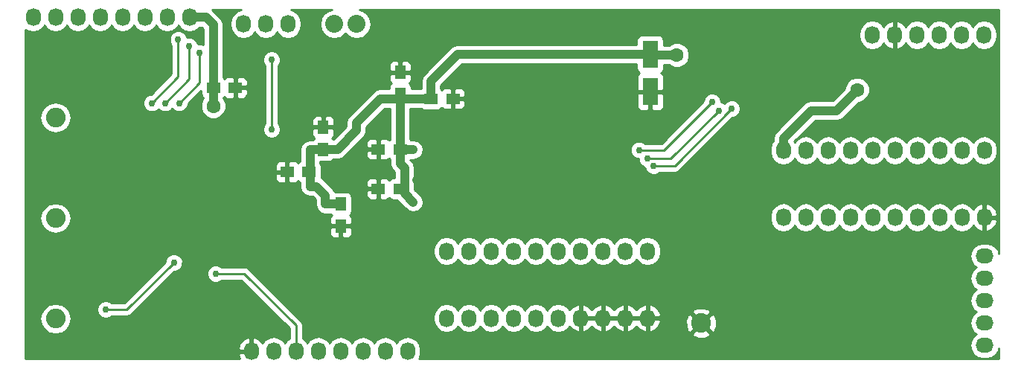
<source format=gbr>
G04 #@! TF.FileFunction,Copper,L2,Bot,Signal*
%FSLAX46Y46*%
G04 Gerber Fmt 4.6, Leading zero omitted, Abs format (unit mm)*
G04 Created by KiCad (PCBNEW 4.0.3-1.fc24-product) date Sat Sep 10 15:23:13 2016*
%MOMM*%
%LPD*%
G01*
G04 APERTURE LIST*
%ADD10C,0.100000*%
%ADD11R,1.500000X1.250000*%
%ADD12R,1.250000X1.500000*%
%ADD13R,1.800860X3.149600*%
%ADD14O,1.727200X2.032000*%
%ADD15C,2.235200*%
%ADD16O,2.032000X2.032000*%
%ADD17O,2.032000X1.727200*%
%ADD18O,2.235200X2.235200*%
%ADD19C,0.750000*%
%ADD20C,1.600000*%
%ADD21C,1.000000*%
%ADD22C,0.254000*%
G04 APERTURE END LIST*
D10*
D11*
X93750000Y-67000000D03*
X91250000Y-67000000D03*
X97250000Y-61250000D03*
X99750000Y-61250000D03*
D12*
X87000000Y-73250000D03*
X87000000Y-75750000D03*
X93750000Y-60750000D03*
X93750000Y-58250000D03*
X85000000Y-67000000D03*
X85000000Y-64500000D03*
D11*
X93750000Y-71500000D03*
X91250000Y-71500000D03*
X83400000Y-69600000D03*
X80900000Y-69600000D03*
D13*
X122200000Y-60451960D03*
X122200000Y-56200000D03*
D11*
X72500000Y-60000000D03*
X75000000Y-60000000D03*
D14*
X160160000Y-54000000D03*
X157620000Y-54000000D03*
X155080000Y-54000000D03*
X152540000Y-54000000D03*
X150000000Y-54000000D03*
X147460000Y-54000000D03*
D15*
X128000000Y-86800000D03*
D16*
X86250000Y-52750000D03*
X88790000Y-52750000D03*
D17*
X160250000Y-89330000D03*
X160250000Y-86790000D03*
X160250000Y-84250000D03*
X160250000Y-81710000D03*
X160250000Y-79170000D03*
D14*
X81000000Y-52750000D03*
X78460000Y-52750000D03*
X75920000Y-52750000D03*
D18*
X54540000Y-86300000D03*
X54540000Y-74860000D03*
X54540000Y-63400000D03*
D14*
X52000000Y-52000000D03*
X54540000Y-52000000D03*
X57080000Y-52000000D03*
X59620000Y-52000000D03*
X62160000Y-52000000D03*
X64700000Y-52000000D03*
X67240000Y-52000000D03*
X69780000Y-52000000D03*
X99040000Y-86220000D03*
X101580000Y-86220000D03*
X104120000Y-86220000D03*
X106660000Y-86220000D03*
X109200000Y-86220000D03*
X111740000Y-86220000D03*
X114280000Y-86220000D03*
X116820000Y-86220000D03*
X119360000Y-86220000D03*
X121900000Y-86220000D03*
X137340000Y-74770000D03*
X139880000Y-74770000D03*
X142420000Y-74770000D03*
X144960000Y-74770000D03*
X147500000Y-74770000D03*
X150040000Y-74770000D03*
X152580000Y-74770000D03*
X155120000Y-74770000D03*
X157660000Y-74770000D03*
X160200000Y-74770000D03*
X76800000Y-90000000D03*
X79340000Y-90000000D03*
X81880000Y-90000000D03*
X84420000Y-90000000D03*
X86960000Y-90000000D03*
X89500000Y-90000000D03*
X92040000Y-90000000D03*
X94580000Y-90000000D03*
X99040000Y-78600000D03*
X101580000Y-78600000D03*
X104120000Y-78600000D03*
X106660000Y-78600000D03*
X109200000Y-78600000D03*
X111740000Y-78600000D03*
X114280000Y-78600000D03*
X116820000Y-78600000D03*
X119360000Y-78600000D03*
X121900000Y-78600000D03*
X137340000Y-67150000D03*
X139880000Y-67150000D03*
X142420000Y-67150000D03*
X144960000Y-67150000D03*
X147500000Y-67150000D03*
X150040000Y-67150000D03*
X152580000Y-67150000D03*
X155120000Y-67150000D03*
X157660000Y-67150000D03*
X160200000Y-67150000D03*
D19*
X83500000Y-71250000D03*
X83500000Y-67050000D03*
X85250000Y-73250000D03*
X95250000Y-73050000D03*
X95250000Y-67050000D03*
X95250000Y-61250000D03*
X92250000Y-61250000D03*
D20*
X125200000Y-56286000D03*
D19*
X109400000Y-52600000D03*
X83000000Y-73050000D03*
X83000000Y-65050000D03*
X93250000Y-73250000D03*
X95500000Y-70550000D03*
X95500000Y-64050000D03*
X89750000Y-60750000D03*
X86250000Y-60750000D03*
X83250000Y-60750000D03*
D20*
X143250000Y-59000000D03*
X72250000Y-74810000D03*
X57000000Y-81160000D03*
X145750000Y-60250000D03*
X72500000Y-62110000D03*
D19*
X121843507Y-68057796D03*
X130000000Y-62600000D03*
X122596069Y-68900558D03*
X131483887Y-62392614D03*
X79129206Y-64750000D03*
X79129206Y-56817708D03*
X129231784Y-61638389D03*
X120917022Y-67085199D03*
X68597009Y-61750000D03*
X70950409Y-56045144D03*
X67000000Y-61750000D03*
X69750000Y-55250000D03*
X65500000Y-61750000D03*
X68500000Y-54500000D03*
X60250000Y-85250000D03*
X68000000Y-79890000D03*
X72750000Y-81160000D03*
D21*
X122200000Y-56200000D02*
X103400000Y-56200000D01*
X103400000Y-56200000D02*
X100300000Y-56200000D01*
X83500000Y-67050000D02*
X83500000Y-69500000D01*
X83500000Y-69500000D02*
X83400000Y-69600000D01*
X83500000Y-71250000D02*
X83500000Y-69700000D01*
X83500000Y-69700000D02*
X83400000Y-69600000D01*
X83500000Y-71250000D02*
X84250000Y-71250000D01*
X84250000Y-71250000D02*
X85250000Y-72250000D01*
X85250000Y-72250000D02*
X85250000Y-73250000D01*
X85250000Y-73250000D02*
X87000000Y-73250000D01*
X85000000Y-67000000D02*
X86625000Y-67000000D01*
X86625000Y-67000000D02*
X88767116Y-64857884D01*
X88767116Y-64857884D02*
X88767116Y-64003396D01*
X88767116Y-64003396D02*
X91520512Y-61250000D01*
X91520512Y-61250000D02*
X92250000Y-61250000D01*
X83500000Y-67050000D02*
X84950000Y-67050000D01*
X84950000Y-67050000D02*
X85000000Y-67000000D01*
X97250000Y-61250000D02*
X97250000Y-59250000D01*
X97250000Y-59250000D02*
X100300000Y-56200000D01*
X95250000Y-61250000D02*
X97250000Y-61250000D01*
X93750000Y-67000000D02*
X93750000Y-68625000D01*
X93750000Y-68625000D02*
X94250000Y-69125000D01*
X94250000Y-69125000D02*
X94250000Y-72050000D01*
X94250000Y-72050000D02*
X95250000Y-73050000D01*
X95250000Y-67050000D02*
X93800000Y-67050000D01*
X93800000Y-67050000D02*
X93750000Y-67000000D01*
X93750000Y-67000000D02*
X93750000Y-61250000D01*
X93750000Y-61250000D02*
X92250000Y-61250000D01*
X95250000Y-61250000D02*
X93750000Y-61250000D01*
X125200000Y-56286000D02*
X122611980Y-56286000D01*
X122611980Y-56286000D02*
X122200000Y-55874020D01*
X143400000Y-62600000D02*
X145750000Y-60250000D01*
X142600000Y-62600000D02*
X143400000Y-62600000D01*
X137340000Y-67150000D02*
X137340000Y-65769234D01*
X137340000Y-65769234D02*
X140509234Y-62600000D01*
X140509234Y-62600000D02*
X142600000Y-62600000D01*
X72500000Y-60000000D02*
X72500000Y-62110000D01*
X69780000Y-52000000D02*
X71643600Y-52000000D01*
X71643600Y-52000000D02*
X72500000Y-52856400D01*
X72500000Y-52856400D02*
X72500000Y-60978630D01*
X72500000Y-60978630D02*
X72500000Y-62110000D01*
D22*
X121843507Y-68057796D02*
X124542204Y-68057796D01*
X124542204Y-68057796D02*
X130000000Y-62600000D01*
X123126399Y-68900558D02*
X122596069Y-68900558D01*
X124975943Y-68900558D02*
X123126399Y-68900558D01*
X131483887Y-62392614D02*
X124975943Y-68900558D01*
X79129206Y-56817708D02*
X79129206Y-64750000D01*
X128856785Y-62013388D02*
X129231784Y-61638389D01*
X120917022Y-67085199D02*
X123784974Y-67085199D01*
X123784974Y-67085199D02*
X128856785Y-62013388D01*
X70950409Y-56045144D02*
X70950409Y-59396600D01*
X70950409Y-59396600D02*
X68597009Y-61750000D01*
X67000000Y-61750000D02*
X69750000Y-59000000D01*
X69750000Y-59000000D02*
X69750000Y-58537146D01*
X69750000Y-55250000D02*
X69750000Y-58537146D01*
X65500000Y-61750000D02*
X68500000Y-58750000D01*
X68500000Y-58750000D02*
X68500000Y-58319521D01*
X68500000Y-54500000D02*
X68500000Y-58319521D01*
X60250000Y-85250000D02*
X62640000Y-85250000D01*
X62640000Y-85250000D02*
X68000000Y-79890000D01*
X72750000Y-81160000D02*
X76000000Y-81160000D01*
X76000000Y-81160000D02*
X81880000Y-87040000D01*
X81880000Y-87040000D02*
X81880000Y-90000000D01*
G36*
X75346511Y-51180729D02*
X74860330Y-51505585D01*
X74535474Y-51991766D01*
X74421400Y-52565255D01*
X74421400Y-52934745D01*
X74535474Y-53508234D01*
X74860330Y-53994415D01*
X75346511Y-54319271D01*
X75920000Y-54433345D01*
X76493489Y-54319271D01*
X76979670Y-53994415D01*
X77190000Y-53679634D01*
X77400330Y-53994415D01*
X77886511Y-54319271D01*
X78460000Y-54433345D01*
X79033489Y-54319271D01*
X79519670Y-53994415D01*
X79730000Y-53679634D01*
X79940330Y-53994415D01*
X80426511Y-54319271D01*
X81000000Y-54433345D01*
X81573489Y-54319271D01*
X82059670Y-53994415D01*
X82384526Y-53508234D01*
X82498600Y-52934745D01*
X82498600Y-52565255D01*
X82384526Y-51991766D01*
X82059670Y-51505585D01*
X81573489Y-51180729D01*
X81303375Y-51127000D01*
X85946626Y-51127000D01*
X85618190Y-51192330D01*
X85082567Y-51550222D01*
X84724675Y-52085845D01*
X84599000Y-52717655D01*
X84599000Y-52782345D01*
X84724675Y-53414155D01*
X85082567Y-53949778D01*
X85618190Y-54307670D01*
X86250000Y-54433345D01*
X86881810Y-54307670D01*
X87417433Y-53949778D01*
X87520000Y-53796276D01*
X87622567Y-53949778D01*
X88158190Y-54307670D01*
X88790000Y-54433345D01*
X89421810Y-54307670D01*
X89957433Y-53949778D01*
X90047318Y-53815255D01*
X145961400Y-53815255D01*
X145961400Y-54184745D01*
X146075474Y-54758234D01*
X146400330Y-55244415D01*
X146886511Y-55569271D01*
X147460000Y-55683345D01*
X148033489Y-55569271D01*
X148519670Y-55244415D01*
X148726461Y-54934931D01*
X149097964Y-55350732D01*
X149625209Y-55604709D01*
X149640974Y-55607358D01*
X149873000Y-55486217D01*
X149873000Y-54127000D01*
X149853000Y-54127000D01*
X149853000Y-53873000D01*
X149873000Y-53873000D01*
X149873000Y-52513783D01*
X150127000Y-52513783D01*
X150127000Y-53873000D01*
X150147000Y-53873000D01*
X150147000Y-54127000D01*
X150127000Y-54127000D01*
X150127000Y-55486217D01*
X150359026Y-55607358D01*
X150374791Y-55604709D01*
X150902036Y-55350732D01*
X151273539Y-54934931D01*
X151480330Y-55244415D01*
X151966511Y-55569271D01*
X152540000Y-55683345D01*
X153113489Y-55569271D01*
X153599670Y-55244415D01*
X153810000Y-54929634D01*
X154020330Y-55244415D01*
X154506511Y-55569271D01*
X155080000Y-55683345D01*
X155653489Y-55569271D01*
X156139670Y-55244415D01*
X156350000Y-54929634D01*
X156560330Y-55244415D01*
X157046511Y-55569271D01*
X157620000Y-55683345D01*
X158193489Y-55569271D01*
X158679670Y-55244415D01*
X158890000Y-54929634D01*
X159100330Y-55244415D01*
X159586511Y-55569271D01*
X160160000Y-55683345D01*
X160733489Y-55569271D01*
X161219670Y-55244415D01*
X161544526Y-54758234D01*
X161658600Y-54184745D01*
X161658600Y-53815255D01*
X161544526Y-53241766D01*
X161219670Y-52755585D01*
X160733489Y-52430729D01*
X160160000Y-52316655D01*
X159586511Y-52430729D01*
X159100330Y-52755585D01*
X158890000Y-53070366D01*
X158679670Y-52755585D01*
X158193489Y-52430729D01*
X157620000Y-52316655D01*
X157046511Y-52430729D01*
X156560330Y-52755585D01*
X156350000Y-53070366D01*
X156139670Y-52755585D01*
X155653489Y-52430729D01*
X155080000Y-52316655D01*
X154506511Y-52430729D01*
X154020330Y-52755585D01*
X153810000Y-53070366D01*
X153599670Y-52755585D01*
X153113489Y-52430729D01*
X152540000Y-52316655D01*
X151966511Y-52430729D01*
X151480330Y-52755585D01*
X151273539Y-53065069D01*
X150902036Y-52649268D01*
X150374791Y-52395291D01*
X150359026Y-52392642D01*
X150127000Y-52513783D01*
X149873000Y-52513783D01*
X149640974Y-52392642D01*
X149625209Y-52395291D01*
X149097964Y-52649268D01*
X148726461Y-53065069D01*
X148519670Y-52755585D01*
X148033489Y-52430729D01*
X147460000Y-52316655D01*
X146886511Y-52430729D01*
X146400330Y-52755585D01*
X146075474Y-53241766D01*
X145961400Y-53815255D01*
X90047318Y-53815255D01*
X90315325Y-53414155D01*
X90441000Y-52782345D01*
X90441000Y-52717655D01*
X90315325Y-52085845D01*
X89957433Y-51550222D01*
X89421810Y-51192330D01*
X89093374Y-51127000D01*
X161873000Y-51127000D01*
X161873000Y-78866625D01*
X161819271Y-78596511D01*
X161494415Y-78110330D01*
X161008234Y-77785474D01*
X160434745Y-77671400D01*
X160065255Y-77671400D01*
X159491766Y-77785474D01*
X159005585Y-78110330D01*
X158680729Y-78596511D01*
X158566655Y-79170000D01*
X158680729Y-79743489D01*
X159005585Y-80229670D01*
X159320366Y-80440000D01*
X159005585Y-80650330D01*
X158680729Y-81136511D01*
X158566655Y-81710000D01*
X158680729Y-82283489D01*
X159005585Y-82769670D01*
X159320366Y-82980000D01*
X159005585Y-83190330D01*
X158680729Y-83676511D01*
X158566655Y-84250000D01*
X158680729Y-84823489D01*
X159005585Y-85309670D01*
X159320366Y-85520000D01*
X159005585Y-85730330D01*
X158680729Y-86216511D01*
X158566655Y-86790000D01*
X158680729Y-87363489D01*
X159005585Y-87849670D01*
X159320366Y-88060000D01*
X159005585Y-88270330D01*
X158680729Y-88756511D01*
X158566655Y-89330000D01*
X158680729Y-89903489D01*
X159005585Y-90389670D01*
X159491766Y-90714526D01*
X160065255Y-90828600D01*
X160434745Y-90828600D01*
X161008234Y-90714526D01*
X161494415Y-90389670D01*
X161819271Y-89903489D01*
X161873000Y-89633375D01*
X161873000Y-90873000D01*
X95887842Y-90873000D01*
X95964526Y-90758234D01*
X96078600Y-90184745D01*
X96078600Y-89815255D01*
X95964526Y-89241766D01*
X95639670Y-88755585D01*
X95153489Y-88430729D01*
X94580000Y-88316655D01*
X94006511Y-88430729D01*
X93520330Y-88755585D01*
X93310000Y-89070366D01*
X93099670Y-88755585D01*
X92613489Y-88430729D01*
X92040000Y-88316655D01*
X91466511Y-88430729D01*
X90980330Y-88755585D01*
X90770000Y-89070366D01*
X90559670Y-88755585D01*
X90073489Y-88430729D01*
X89500000Y-88316655D01*
X88926511Y-88430729D01*
X88440330Y-88755585D01*
X88230000Y-89070366D01*
X88019670Y-88755585D01*
X87533489Y-88430729D01*
X86960000Y-88316655D01*
X86386511Y-88430729D01*
X85900330Y-88755585D01*
X85690000Y-89070366D01*
X85479670Y-88755585D01*
X84993489Y-88430729D01*
X84420000Y-88316655D01*
X83846511Y-88430729D01*
X83360330Y-88755585D01*
X83150000Y-89070366D01*
X82939670Y-88755585D01*
X82642000Y-88556688D01*
X82642000Y-88037595D01*
X126942010Y-88037595D01*
X127055068Y-88316654D01*
X127707394Y-88562815D01*
X128404267Y-88540604D01*
X128944932Y-88316654D01*
X129057990Y-88037595D01*
X128000000Y-86979605D01*
X126942010Y-88037595D01*
X82642000Y-88037595D01*
X82642000Y-87040000D01*
X82583996Y-86748395D01*
X82472756Y-86581913D01*
X82418816Y-86501185D01*
X81952886Y-86035255D01*
X97541400Y-86035255D01*
X97541400Y-86404745D01*
X97655474Y-86978234D01*
X97980330Y-87464415D01*
X98466511Y-87789271D01*
X99040000Y-87903345D01*
X99613489Y-87789271D01*
X100099670Y-87464415D01*
X100310000Y-87149634D01*
X100520330Y-87464415D01*
X101006511Y-87789271D01*
X101580000Y-87903345D01*
X102153489Y-87789271D01*
X102639670Y-87464415D01*
X102850000Y-87149634D01*
X103060330Y-87464415D01*
X103546511Y-87789271D01*
X104120000Y-87903345D01*
X104693489Y-87789271D01*
X105179670Y-87464415D01*
X105390000Y-87149634D01*
X105600330Y-87464415D01*
X106086511Y-87789271D01*
X106660000Y-87903345D01*
X107233489Y-87789271D01*
X107719670Y-87464415D01*
X107930000Y-87149634D01*
X108140330Y-87464415D01*
X108626511Y-87789271D01*
X109200000Y-87903345D01*
X109773489Y-87789271D01*
X110259670Y-87464415D01*
X110470000Y-87149634D01*
X110680330Y-87464415D01*
X111166511Y-87789271D01*
X111740000Y-87903345D01*
X112313489Y-87789271D01*
X112799670Y-87464415D01*
X113006461Y-87154931D01*
X113377964Y-87570732D01*
X113905209Y-87824709D01*
X113920974Y-87827358D01*
X114153000Y-87706217D01*
X114153000Y-86347000D01*
X114407000Y-86347000D01*
X114407000Y-87706217D01*
X114639026Y-87827358D01*
X114654791Y-87824709D01*
X115182036Y-87570732D01*
X115550000Y-87158892D01*
X115917964Y-87570732D01*
X116445209Y-87824709D01*
X116460974Y-87827358D01*
X116693000Y-87706217D01*
X116693000Y-86347000D01*
X116947000Y-86347000D01*
X116947000Y-87706217D01*
X117179026Y-87827358D01*
X117194791Y-87824709D01*
X117722036Y-87570732D01*
X118090000Y-87158892D01*
X118457964Y-87570732D01*
X118985209Y-87824709D01*
X119000974Y-87827358D01*
X119233000Y-87706217D01*
X119233000Y-86347000D01*
X119487000Y-86347000D01*
X119487000Y-87706217D01*
X119719026Y-87827358D01*
X119734791Y-87824709D01*
X120262036Y-87570732D01*
X120630000Y-87158892D01*
X120997964Y-87570732D01*
X121525209Y-87824709D01*
X121540974Y-87827358D01*
X121773000Y-87706217D01*
X121773000Y-86347000D01*
X122027000Y-86347000D01*
X122027000Y-87706217D01*
X122259026Y-87827358D01*
X122274791Y-87824709D01*
X122802036Y-87570732D01*
X123191954Y-87134320D01*
X123385184Y-86581913D01*
X123339422Y-86507394D01*
X126237185Y-86507394D01*
X126259396Y-87204267D01*
X126483346Y-87744932D01*
X126762405Y-87857990D01*
X127820395Y-86800000D01*
X128179605Y-86800000D01*
X129237595Y-87857990D01*
X129516654Y-87744932D01*
X129762815Y-87092606D01*
X129740604Y-86395733D01*
X129516654Y-85855068D01*
X129237595Y-85742010D01*
X128179605Y-86800000D01*
X127820395Y-86800000D01*
X126762405Y-85742010D01*
X126483346Y-85855068D01*
X126237185Y-86507394D01*
X123339422Y-86507394D01*
X123240924Y-86347000D01*
X122027000Y-86347000D01*
X121773000Y-86347000D01*
X119487000Y-86347000D01*
X119233000Y-86347000D01*
X116947000Y-86347000D01*
X116693000Y-86347000D01*
X114407000Y-86347000D01*
X114153000Y-86347000D01*
X114133000Y-86347000D01*
X114133000Y-86093000D01*
X114153000Y-86093000D01*
X114153000Y-84733783D01*
X114407000Y-84733783D01*
X114407000Y-86093000D01*
X116693000Y-86093000D01*
X116693000Y-84733783D01*
X116947000Y-84733783D01*
X116947000Y-86093000D01*
X119233000Y-86093000D01*
X119233000Y-84733783D01*
X119487000Y-84733783D01*
X119487000Y-86093000D01*
X121773000Y-86093000D01*
X121773000Y-84733783D01*
X122027000Y-84733783D01*
X122027000Y-86093000D01*
X123240924Y-86093000D01*
X123385184Y-85858087D01*
X123281756Y-85562405D01*
X126942010Y-85562405D01*
X128000000Y-86620395D01*
X129057990Y-85562405D01*
X128944932Y-85283346D01*
X128292606Y-85037185D01*
X127595733Y-85059396D01*
X127055068Y-85283346D01*
X126942010Y-85562405D01*
X123281756Y-85562405D01*
X123191954Y-85305680D01*
X122802036Y-84869268D01*
X122274791Y-84615291D01*
X122259026Y-84612642D01*
X122027000Y-84733783D01*
X121773000Y-84733783D01*
X121540974Y-84612642D01*
X121525209Y-84615291D01*
X120997964Y-84869268D01*
X120630000Y-85281108D01*
X120262036Y-84869268D01*
X119734791Y-84615291D01*
X119719026Y-84612642D01*
X119487000Y-84733783D01*
X119233000Y-84733783D01*
X119000974Y-84612642D01*
X118985209Y-84615291D01*
X118457964Y-84869268D01*
X118090000Y-85281108D01*
X117722036Y-84869268D01*
X117194791Y-84615291D01*
X117179026Y-84612642D01*
X116947000Y-84733783D01*
X116693000Y-84733783D01*
X116460974Y-84612642D01*
X116445209Y-84615291D01*
X115917964Y-84869268D01*
X115550000Y-85281108D01*
X115182036Y-84869268D01*
X114654791Y-84615291D01*
X114639026Y-84612642D01*
X114407000Y-84733783D01*
X114153000Y-84733783D01*
X113920974Y-84612642D01*
X113905209Y-84615291D01*
X113377964Y-84869268D01*
X113006461Y-85285069D01*
X112799670Y-84975585D01*
X112313489Y-84650729D01*
X111740000Y-84536655D01*
X111166511Y-84650729D01*
X110680330Y-84975585D01*
X110470000Y-85290366D01*
X110259670Y-84975585D01*
X109773489Y-84650729D01*
X109200000Y-84536655D01*
X108626511Y-84650729D01*
X108140330Y-84975585D01*
X107930000Y-85290366D01*
X107719670Y-84975585D01*
X107233489Y-84650729D01*
X106660000Y-84536655D01*
X106086511Y-84650729D01*
X105600330Y-84975585D01*
X105390000Y-85290366D01*
X105179670Y-84975585D01*
X104693489Y-84650729D01*
X104120000Y-84536655D01*
X103546511Y-84650729D01*
X103060330Y-84975585D01*
X102850000Y-85290366D01*
X102639670Y-84975585D01*
X102153489Y-84650729D01*
X101580000Y-84536655D01*
X101006511Y-84650729D01*
X100520330Y-84975585D01*
X100310000Y-85290366D01*
X100099670Y-84975585D01*
X99613489Y-84650729D01*
X99040000Y-84536655D01*
X98466511Y-84650729D01*
X97980330Y-84975585D01*
X97655474Y-85461766D01*
X97541400Y-86035255D01*
X81952886Y-86035255D01*
X76538815Y-80621185D01*
X76439053Y-80554526D01*
X76291605Y-80456004D01*
X76000000Y-80398000D01*
X73416440Y-80398000D01*
X73322866Y-80304263D01*
X72951783Y-80150176D01*
X72549980Y-80149825D01*
X72178628Y-80303264D01*
X71894263Y-80587134D01*
X71740176Y-80958217D01*
X71739825Y-81360020D01*
X71893264Y-81731372D01*
X72177134Y-82015737D01*
X72548217Y-82169824D01*
X72950020Y-82170175D01*
X73321372Y-82016736D01*
X73416273Y-81922000D01*
X75684370Y-81922000D01*
X81118000Y-87355631D01*
X81118000Y-88556688D01*
X80820330Y-88755585D01*
X80610000Y-89070366D01*
X80399670Y-88755585D01*
X79913489Y-88430729D01*
X79340000Y-88316655D01*
X78766511Y-88430729D01*
X78280330Y-88755585D01*
X78073539Y-89065069D01*
X77702036Y-88649268D01*
X77174791Y-88395291D01*
X77159026Y-88392642D01*
X76927000Y-88513783D01*
X76927000Y-89873000D01*
X76947000Y-89873000D01*
X76947000Y-90127000D01*
X76927000Y-90127000D01*
X76927000Y-90147000D01*
X76673000Y-90147000D01*
X76673000Y-90127000D01*
X75459076Y-90127000D01*
X75314816Y-90361913D01*
X75493592Y-90873000D01*
X51127000Y-90873000D01*
X51127000Y-89638087D01*
X75314816Y-89638087D01*
X75459076Y-89873000D01*
X76673000Y-89873000D01*
X76673000Y-88513783D01*
X76440974Y-88392642D01*
X76425209Y-88395291D01*
X75897964Y-88649268D01*
X75508046Y-89085680D01*
X75314816Y-89638087D01*
X51127000Y-89638087D01*
X51127000Y-86300000D01*
X52753065Y-86300000D01*
X52886474Y-86970691D01*
X53266390Y-87539275D01*
X53834974Y-87919191D01*
X54505665Y-88052600D01*
X54574335Y-88052600D01*
X55245026Y-87919191D01*
X55813610Y-87539275D01*
X56193526Y-86970691D01*
X56326935Y-86300000D01*
X56193526Y-85629309D01*
X56073729Y-85450020D01*
X59239825Y-85450020D01*
X59393264Y-85821372D01*
X59677134Y-86105737D01*
X60048217Y-86259824D01*
X60450020Y-86260175D01*
X60821372Y-86106736D01*
X60916273Y-86012000D01*
X62640000Y-86012000D01*
X62931605Y-85953996D01*
X63178815Y-85788815D01*
X68067572Y-80900059D01*
X68200020Y-80900175D01*
X68571372Y-80746736D01*
X68855737Y-80462866D01*
X69009824Y-80091783D01*
X69010175Y-79689980D01*
X68856736Y-79318628D01*
X68572866Y-79034263D01*
X68201783Y-78880176D01*
X67799980Y-78879825D01*
X67428628Y-79033264D01*
X67144263Y-79317134D01*
X66990176Y-79688217D01*
X66990059Y-79822310D01*
X62324370Y-84488000D01*
X60916440Y-84488000D01*
X60822866Y-84394263D01*
X60451783Y-84240176D01*
X60049980Y-84239825D01*
X59678628Y-84393264D01*
X59394263Y-84677134D01*
X59240176Y-85048217D01*
X59239825Y-85450020D01*
X56073729Y-85450020D01*
X55813610Y-85060725D01*
X55245026Y-84680809D01*
X54574335Y-84547400D01*
X54505665Y-84547400D01*
X53834974Y-84680809D01*
X53266390Y-85060725D01*
X52886474Y-85629309D01*
X52753065Y-86300000D01*
X51127000Y-86300000D01*
X51127000Y-78415255D01*
X97541400Y-78415255D01*
X97541400Y-78784745D01*
X97655474Y-79358234D01*
X97980330Y-79844415D01*
X98466511Y-80169271D01*
X99040000Y-80283345D01*
X99613489Y-80169271D01*
X100099670Y-79844415D01*
X100310000Y-79529634D01*
X100520330Y-79844415D01*
X101006511Y-80169271D01*
X101580000Y-80283345D01*
X102153489Y-80169271D01*
X102639670Y-79844415D01*
X102850000Y-79529634D01*
X103060330Y-79844415D01*
X103546511Y-80169271D01*
X104120000Y-80283345D01*
X104693489Y-80169271D01*
X105179670Y-79844415D01*
X105390000Y-79529634D01*
X105600330Y-79844415D01*
X106086511Y-80169271D01*
X106660000Y-80283345D01*
X107233489Y-80169271D01*
X107719670Y-79844415D01*
X107930000Y-79529634D01*
X108140330Y-79844415D01*
X108626511Y-80169271D01*
X109200000Y-80283345D01*
X109773489Y-80169271D01*
X110259670Y-79844415D01*
X110470000Y-79529634D01*
X110680330Y-79844415D01*
X111166511Y-80169271D01*
X111740000Y-80283345D01*
X112313489Y-80169271D01*
X112799670Y-79844415D01*
X113010000Y-79529634D01*
X113220330Y-79844415D01*
X113706511Y-80169271D01*
X114280000Y-80283345D01*
X114853489Y-80169271D01*
X115339670Y-79844415D01*
X115550000Y-79529634D01*
X115760330Y-79844415D01*
X116246511Y-80169271D01*
X116820000Y-80283345D01*
X117393489Y-80169271D01*
X117879670Y-79844415D01*
X118090000Y-79529634D01*
X118300330Y-79844415D01*
X118786511Y-80169271D01*
X119360000Y-80283345D01*
X119933489Y-80169271D01*
X120419670Y-79844415D01*
X120630000Y-79529634D01*
X120840330Y-79844415D01*
X121326511Y-80169271D01*
X121900000Y-80283345D01*
X122473489Y-80169271D01*
X122959670Y-79844415D01*
X123284526Y-79358234D01*
X123398600Y-78784745D01*
X123398600Y-78415255D01*
X123284526Y-77841766D01*
X122959670Y-77355585D01*
X122473489Y-77030729D01*
X121900000Y-76916655D01*
X121326511Y-77030729D01*
X120840330Y-77355585D01*
X120630000Y-77670366D01*
X120419670Y-77355585D01*
X119933489Y-77030729D01*
X119360000Y-76916655D01*
X118786511Y-77030729D01*
X118300330Y-77355585D01*
X118090000Y-77670366D01*
X117879670Y-77355585D01*
X117393489Y-77030729D01*
X116820000Y-76916655D01*
X116246511Y-77030729D01*
X115760330Y-77355585D01*
X115550000Y-77670366D01*
X115339670Y-77355585D01*
X114853489Y-77030729D01*
X114280000Y-76916655D01*
X113706511Y-77030729D01*
X113220330Y-77355585D01*
X113010000Y-77670366D01*
X112799670Y-77355585D01*
X112313489Y-77030729D01*
X111740000Y-76916655D01*
X111166511Y-77030729D01*
X110680330Y-77355585D01*
X110470000Y-77670366D01*
X110259670Y-77355585D01*
X109773489Y-77030729D01*
X109200000Y-76916655D01*
X108626511Y-77030729D01*
X108140330Y-77355585D01*
X107930000Y-77670366D01*
X107719670Y-77355585D01*
X107233489Y-77030729D01*
X106660000Y-76916655D01*
X106086511Y-77030729D01*
X105600330Y-77355585D01*
X105390000Y-77670366D01*
X105179670Y-77355585D01*
X104693489Y-77030729D01*
X104120000Y-76916655D01*
X103546511Y-77030729D01*
X103060330Y-77355585D01*
X102850000Y-77670366D01*
X102639670Y-77355585D01*
X102153489Y-77030729D01*
X101580000Y-76916655D01*
X101006511Y-77030729D01*
X100520330Y-77355585D01*
X100310000Y-77670366D01*
X100099670Y-77355585D01*
X99613489Y-77030729D01*
X99040000Y-76916655D01*
X98466511Y-77030729D01*
X97980330Y-77355585D01*
X97655474Y-77841766D01*
X97541400Y-78415255D01*
X51127000Y-78415255D01*
X51127000Y-74860000D01*
X52753065Y-74860000D01*
X52886474Y-75530691D01*
X53266390Y-76099275D01*
X53834974Y-76479191D01*
X54505665Y-76612600D01*
X54574335Y-76612600D01*
X55245026Y-76479191D01*
X55813610Y-76099275D01*
X55856056Y-76035750D01*
X85740000Y-76035750D01*
X85740000Y-76626309D01*
X85836673Y-76859698D01*
X86015301Y-77038327D01*
X86248690Y-77135000D01*
X86714250Y-77135000D01*
X86873000Y-76976250D01*
X86873000Y-75877000D01*
X87127000Y-75877000D01*
X87127000Y-76976250D01*
X87285750Y-77135000D01*
X87751310Y-77135000D01*
X87984699Y-77038327D01*
X88163327Y-76859698D01*
X88260000Y-76626309D01*
X88260000Y-76035750D01*
X88101250Y-75877000D01*
X87127000Y-75877000D01*
X86873000Y-75877000D01*
X85898750Y-75877000D01*
X85740000Y-76035750D01*
X55856056Y-76035750D01*
X56193526Y-75530691D01*
X56326935Y-74860000D01*
X56193526Y-74189309D01*
X55813610Y-73620725D01*
X55245026Y-73240809D01*
X54574335Y-73107400D01*
X54505665Y-73107400D01*
X53834974Y-73240809D01*
X53266390Y-73620725D01*
X52886474Y-74189309D01*
X52753065Y-74860000D01*
X51127000Y-74860000D01*
X51127000Y-69885750D01*
X79515000Y-69885750D01*
X79515000Y-70351310D01*
X79611673Y-70584699D01*
X79790302Y-70763327D01*
X80023691Y-70860000D01*
X80614250Y-70860000D01*
X80773000Y-70701250D01*
X80773000Y-69727000D01*
X79673750Y-69727000D01*
X79515000Y-69885750D01*
X51127000Y-69885750D01*
X51127000Y-68848690D01*
X79515000Y-68848690D01*
X79515000Y-69314250D01*
X79673750Y-69473000D01*
X80773000Y-69473000D01*
X80773000Y-68498750D01*
X81027000Y-68498750D01*
X81027000Y-69473000D01*
X81047000Y-69473000D01*
X81047000Y-69727000D01*
X81027000Y-69727000D01*
X81027000Y-70701250D01*
X81185750Y-70860000D01*
X81776309Y-70860000D01*
X82009698Y-70763327D01*
X82150936Y-70622090D01*
X82185910Y-70676441D01*
X82365000Y-70798808D01*
X82365000Y-71250000D01*
X82451397Y-71684346D01*
X82697434Y-72052566D01*
X83065654Y-72298603D01*
X83500000Y-72385000D01*
X83779868Y-72385000D01*
X84115000Y-72720133D01*
X84115000Y-73250000D01*
X84201397Y-73684346D01*
X84447434Y-74052566D01*
X84815654Y-74298603D01*
X85250000Y-74385000D01*
X85868156Y-74385000D01*
X85910910Y-74451441D01*
X85979006Y-74497969D01*
X85836673Y-74640302D01*
X85740000Y-74873691D01*
X85740000Y-75464250D01*
X85898750Y-75623000D01*
X86873000Y-75623000D01*
X86873000Y-75603000D01*
X87127000Y-75603000D01*
X87127000Y-75623000D01*
X88101250Y-75623000D01*
X88260000Y-75464250D01*
X88260000Y-74873691D01*
X88163327Y-74640302D01*
X88108281Y-74585255D01*
X135841400Y-74585255D01*
X135841400Y-74954745D01*
X135955474Y-75528234D01*
X136280330Y-76014415D01*
X136766511Y-76339271D01*
X137340000Y-76453345D01*
X137913489Y-76339271D01*
X138399670Y-76014415D01*
X138610000Y-75699634D01*
X138820330Y-76014415D01*
X139306511Y-76339271D01*
X139880000Y-76453345D01*
X140453489Y-76339271D01*
X140939670Y-76014415D01*
X141150000Y-75699634D01*
X141360330Y-76014415D01*
X141846511Y-76339271D01*
X142420000Y-76453345D01*
X142993489Y-76339271D01*
X143479670Y-76014415D01*
X143690000Y-75699634D01*
X143900330Y-76014415D01*
X144386511Y-76339271D01*
X144960000Y-76453345D01*
X145533489Y-76339271D01*
X146019670Y-76014415D01*
X146230000Y-75699634D01*
X146440330Y-76014415D01*
X146926511Y-76339271D01*
X147500000Y-76453345D01*
X148073489Y-76339271D01*
X148559670Y-76014415D01*
X148770000Y-75699634D01*
X148980330Y-76014415D01*
X149466511Y-76339271D01*
X150040000Y-76453345D01*
X150613489Y-76339271D01*
X151099670Y-76014415D01*
X151310000Y-75699634D01*
X151520330Y-76014415D01*
X152006511Y-76339271D01*
X152580000Y-76453345D01*
X153153489Y-76339271D01*
X153639670Y-76014415D01*
X153850000Y-75699634D01*
X154060330Y-76014415D01*
X154546511Y-76339271D01*
X155120000Y-76453345D01*
X155693489Y-76339271D01*
X156179670Y-76014415D01*
X156390000Y-75699634D01*
X156600330Y-76014415D01*
X157086511Y-76339271D01*
X157660000Y-76453345D01*
X158233489Y-76339271D01*
X158719670Y-76014415D01*
X158926461Y-75704931D01*
X159297964Y-76120732D01*
X159825209Y-76374709D01*
X159840974Y-76377358D01*
X160073000Y-76256217D01*
X160073000Y-74897000D01*
X160327000Y-74897000D01*
X160327000Y-76256217D01*
X160559026Y-76377358D01*
X160574791Y-76374709D01*
X161102036Y-76120732D01*
X161491954Y-75684320D01*
X161685184Y-75131913D01*
X161540924Y-74897000D01*
X160327000Y-74897000D01*
X160073000Y-74897000D01*
X160053000Y-74897000D01*
X160053000Y-74643000D01*
X160073000Y-74643000D01*
X160073000Y-73283783D01*
X160327000Y-73283783D01*
X160327000Y-74643000D01*
X161540924Y-74643000D01*
X161685184Y-74408087D01*
X161491954Y-73855680D01*
X161102036Y-73419268D01*
X160574791Y-73165291D01*
X160559026Y-73162642D01*
X160327000Y-73283783D01*
X160073000Y-73283783D01*
X159840974Y-73162642D01*
X159825209Y-73165291D01*
X159297964Y-73419268D01*
X158926461Y-73835069D01*
X158719670Y-73525585D01*
X158233489Y-73200729D01*
X157660000Y-73086655D01*
X157086511Y-73200729D01*
X156600330Y-73525585D01*
X156390000Y-73840366D01*
X156179670Y-73525585D01*
X155693489Y-73200729D01*
X155120000Y-73086655D01*
X154546511Y-73200729D01*
X154060330Y-73525585D01*
X153850000Y-73840366D01*
X153639670Y-73525585D01*
X153153489Y-73200729D01*
X152580000Y-73086655D01*
X152006511Y-73200729D01*
X151520330Y-73525585D01*
X151310000Y-73840366D01*
X151099670Y-73525585D01*
X150613489Y-73200729D01*
X150040000Y-73086655D01*
X149466511Y-73200729D01*
X148980330Y-73525585D01*
X148770000Y-73840366D01*
X148559670Y-73525585D01*
X148073489Y-73200729D01*
X147500000Y-73086655D01*
X146926511Y-73200729D01*
X146440330Y-73525585D01*
X146230000Y-73840366D01*
X146019670Y-73525585D01*
X145533489Y-73200729D01*
X144960000Y-73086655D01*
X144386511Y-73200729D01*
X143900330Y-73525585D01*
X143690000Y-73840366D01*
X143479670Y-73525585D01*
X142993489Y-73200729D01*
X142420000Y-73086655D01*
X141846511Y-73200729D01*
X141360330Y-73525585D01*
X141150000Y-73840366D01*
X140939670Y-73525585D01*
X140453489Y-73200729D01*
X139880000Y-73086655D01*
X139306511Y-73200729D01*
X138820330Y-73525585D01*
X138610000Y-73840366D01*
X138399670Y-73525585D01*
X137913489Y-73200729D01*
X137340000Y-73086655D01*
X136766511Y-73200729D01*
X136280330Y-73525585D01*
X135955474Y-74011766D01*
X135841400Y-74585255D01*
X88108281Y-74585255D01*
X88022090Y-74499064D01*
X88076441Y-74464090D01*
X88221431Y-74251890D01*
X88272440Y-74000000D01*
X88272440Y-72500000D01*
X88228162Y-72264683D01*
X88089090Y-72048559D01*
X87876890Y-71903569D01*
X87625000Y-71852560D01*
X86375000Y-71852560D01*
X86308436Y-71865085D01*
X86298604Y-71815655D01*
X86278623Y-71785750D01*
X89865000Y-71785750D01*
X89865000Y-72251310D01*
X89961673Y-72484699D01*
X90140302Y-72663327D01*
X90373691Y-72760000D01*
X90964250Y-72760000D01*
X91123000Y-72601250D01*
X91123000Y-71627000D01*
X90023750Y-71627000D01*
X89865000Y-71785750D01*
X86278623Y-71785750D01*
X86052567Y-71447434D01*
X85353823Y-70748690D01*
X89865000Y-70748690D01*
X89865000Y-71214250D01*
X90023750Y-71373000D01*
X91123000Y-71373000D01*
X91123000Y-70398750D01*
X90964250Y-70240000D01*
X90373691Y-70240000D01*
X90140302Y-70336673D01*
X89961673Y-70515301D01*
X89865000Y-70748690D01*
X85353823Y-70748690D01*
X85052566Y-70447434D01*
X84788171Y-70270771D01*
X84797440Y-70225000D01*
X84797440Y-68975000D01*
X84753162Y-68739683D01*
X84635000Y-68556054D01*
X84635000Y-68397440D01*
X85625000Y-68397440D01*
X85860317Y-68353162D01*
X86076441Y-68214090D01*
X86130481Y-68135000D01*
X86625000Y-68135000D01*
X87059346Y-68048603D01*
X87427566Y-67802566D01*
X87944382Y-67285750D01*
X89865000Y-67285750D01*
X89865000Y-67751310D01*
X89961673Y-67984699D01*
X90140302Y-68163327D01*
X90373691Y-68260000D01*
X90964250Y-68260000D01*
X91123000Y-68101250D01*
X91123000Y-67127000D01*
X90023750Y-67127000D01*
X89865000Y-67285750D01*
X87944382Y-67285750D01*
X88981442Y-66248690D01*
X89865000Y-66248690D01*
X89865000Y-66714250D01*
X90023750Y-66873000D01*
X91123000Y-66873000D01*
X91123000Y-65898750D01*
X90964250Y-65740000D01*
X90373691Y-65740000D01*
X90140302Y-65836673D01*
X89961673Y-66015301D01*
X89865000Y-66248690D01*
X88981442Y-66248690D01*
X89569682Y-65660451D01*
X89815719Y-65292230D01*
X89843493Y-65152600D01*
X89902116Y-64857884D01*
X89902116Y-64473528D01*
X91990644Y-62385000D01*
X92615000Y-62385000D01*
X92615000Y-65868156D01*
X92548559Y-65910910D01*
X92502031Y-65979006D01*
X92359698Y-65836673D01*
X92126309Y-65740000D01*
X91535750Y-65740000D01*
X91377000Y-65898750D01*
X91377000Y-66873000D01*
X91397000Y-66873000D01*
X91397000Y-67127000D01*
X91377000Y-67127000D01*
X91377000Y-68101250D01*
X91535750Y-68260000D01*
X92126309Y-68260000D01*
X92359698Y-68163327D01*
X92500936Y-68022090D01*
X92535910Y-68076441D01*
X92615000Y-68130481D01*
X92615000Y-68625000D01*
X92701397Y-69059346D01*
X92790142Y-69192162D01*
X92947434Y-69427566D01*
X93115000Y-69595132D01*
X93115000Y-70227560D01*
X93000000Y-70227560D01*
X92764683Y-70271838D01*
X92548559Y-70410910D01*
X92502031Y-70479006D01*
X92359698Y-70336673D01*
X92126309Y-70240000D01*
X91535750Y-70240000D01*
X91377000Y-70398750D01*
X91377000Y-71373000D01*
X91397000Y-71373000D01*
X91397000Y-71627000D01*
X91377000Y-71627000D01*
X91377000Y-72601250D01*
X91535750Y-72760000D01*
X92126309Y-72760000D01*
X92359698Y-72663327D01*
X92500936Y-72522090D01*
X92535910Y-72576441D01*
X92748110Y-72721431D01*
X93000000Y-72772440D01*
X93393895Y-72772440D01*
X93422770Y-72815654D01*
X93447434Y-72852566D01*
X94447434Y-73852567D01*
X94815655Y-74098604D01*
X95250000Y-74185000D01*
X95684346Y-74098604D01*
X96052567Y-73852567D01*
X96298604Y-73484346D01*
X96385000Y-73050000D01*
X96298604Y-72615655D01*
X96052567Y-72247434D01*
X95385000Y-71579868D01*
X95385000Y-69125000D01*
X95298603Y-68690654D01*
X95052566Y-68322434D01*
X94915132Y-68185000D01*
X95250000Y-68185000D01*
X95684346Y-68098603D01*
X96052566Y-67852566D01*
X96298603Y-67484346D01*
X96338211Y-67285219D01*
X119906847Y-67285219D01*
X120060286Y-67656571D01*
X120344156Y-67940936D01*
X120715239Y-68095023D01*
X120833474Y-68095126D01*
X120833332Y-68257816D01*
X120986771Y-68629168D01*
X121270641Y-68913533D01*
X121585943Y-69044458D01*
X121585894Y-69100578D01*
X121739333Y-69471930D01*
X122023203Y-69756295D01*
X122394286Y-69910382D01*
X122796089Y-69910733D01*
X123167441Y-69757294D01*
X123262342Y-69662558D01*
X124975943Y-69662558D01*
X125267548Y-69604554D01*
X125514758Y-69439373D01*
X127988876Y-66965255D01*
X135841400Y-66965255D01*
X135841400Y-67334745D01*
X135955474Y-67908234D01*
X136280330Y-68394415D01*
X136766511Y-68719271D01*
X137340000Y-68833345D01*
X137913489Y-68719271D01*
X138399670Y-68394415D01*
X138610000Y-68079634D01*
X138820330Y-68394415D01*
X139306511Y-68719271D01*
X139880000Y-68833345D01*
X140453489Y-68719271D01*
X140939670Y-68394415D01*
X141150000Y-68079634D01*
X141360330Y-68394415D01*
X141846511Y-68719271D01*
X142420000Y-68833345D01*
X142993489Y-68719271D01*
X143479670Y-68394415D01*
X143690000Y-68079634D01*
X143900330Y-68394415D01*
X144386511Y-68719271D01*
X144960000Y-68833345D01*
X145533489Y-68719271D01*
X146019670Y-68394415D01*
X146230000Y-68079634D01*
X146440330Y-68394415D01*
X146926511Y-68719271D01*
X147500000Y-68833345D01*
X148073489Y-68719271D01*
X148559670Y-68394415D01*
X148770000Y-68079634D01*
X148980330Y-68394415D01*
X149466511Y-68719271D01*
X150040000Y-68833345D01*
X150613489Y-68719271D01*
X151099670Y-68394415D01*
X151310000Y-68079634D01*
X151520330Y-68394415D01*
X152006511Y-68719271D01*
X152580000Y-68833345D01*
X153153489Y-68719271D01*
X153639670Y-68394415D01*
X153850000Y-68079634D01*
X154060330Y-68394415D01*
X154546511Y-68719271D01*
X155120000Y-68833345D01*
X155693489Y-68719271D01*
X156179670Y-68394415D01*
X156390000Y-68079634D01*
X156600330Y-68394415D01*
X157086511Y-68719271D01*
X157660000Y-68833345D01*
X158233489Y-68719271D01*
X158719670Y-68394415D01*
X158930000Y-68079634D01*
X159140330Y-68394415D01*
X159626511Y-68719271D01*
X160200000Y-68833345D01*
X160773489Y-68719271D01*
X161259670Y-68394415D01*
X161584526Y-67908234D01*
X161698600Y-67334745D01*
X161698600Y-66965255D01*
X161584526Y-66391766D01*
X161259670Y-65905585D01*
X160773489Y-65580729D01*
X160200000Y-65466655D01*
X159626511Y-65580729D01*
X159140330Y-65905585D01*
X158930000Y-66220366D01*
X158719670Y-65905585D01*
X158233489Y-65580729D01*
X157660000Y-65466655D01*
X157086511Y-65580729D01*
X156600330Y-65905585D01*
X156390000Y-66220366D01*
X156179670Y-65905585D01*
X155693489Y-65580729D01*
X155120000Y-65466655D01*
X154546511Y-65580729D01*
X154060330Y-65905585D01*
X153850000Y-66220366D01*
X153639670Y-65905585D01*
X153153489Y-65580729D01*
X152580000Y-65466655D01*
X152006511Y-65580729D01*
X151520330Y-65905585D01*
X151310000Y-66220366D01*
X151099670Y-65905585D01*
X150613489Y-65580729D01*
X150040000Y-65466655D01*
X149466511Y-65580729D01*
X148980330Y-65905585D01*
X148770000Y-66220366D01*
X148559670Y-65905585D01*
X148073489Y-65580729D01*
X147500000Y-65466655D01*
X146926511Y-65580729D01*
X146440330Y-65905585D01*
X146230000Y-66220366D01*
X146019670Y-65905585D01*
X145533489Y-65580729D01*
X144960000Y-65466655D01*
X144386511Y-65580729D01*
X143900330Y-65905585D01*
X143690000Y-66220366D01*
X143479670Y-65905585D01*
X142993489Y-65580729D01*
X142420000Y-65466655D01*
X141846511Y-65580729D01*
X141360330Y-65905585D01*
X141150000Y-66220366D01*
X140939670Y-65905585D01*
X140453489Y-65580729D01*
X139880000Y-65466655D01*
X139306511Y-65580729D01*
X138820330Y-65905585D01*
X138610000Y-66220366D01*
X138563537Y-66150829D01*
X140979366Y-63735000D01*
X143400000Y-63735000D01*
X143834346Y-63648603D01*
X144202566Y-63402566D01*
X145919984Y-61685148D01*
X146034187Y-61685248D01*
X146561800Y-61467243D01*
X146965824Y-61063923D01*
X147184750Y-60536691D01*
X147185248Y-59965813D01*
X146967243Y-59438200D01*
X146563923Y-59034176D01*
X146036691Y-58815250D01*
X145465813Y-58814752D01*
X144938200Y-59032757D01*
X144534176Y-59436077D01*
X144315250Y-59963309D01*
X144315148Y-60079720D01*
X142929868Y-61465000D01*
X140509234Y-61465000D01*
X140074889Y-61551396D01*
X139706668Y-61797434D01*
X136537434Y-64966668D01*
X136291397Y-65334888D01*
X136205000Y-65769234D01*
X136205000Y-66018324D01*
X135955474Y-66391766D01*
X135841400Y-66965255D01*
X127988876Y-66965255D01*
X131551459Y-63402673D01*
X131683907Y-63402789D01*
X132055259Y-63249350D01*
X132339624Y-62965480D01*
X132493711Y-62594397D01*
X132494062Y-62192594D01*
X132340623Y-61821242D01*
X132056753Y-61536877D01*
X131685670Y-61382790D01*
X131283867Y-61382439D01*
X130912515Y-61535878D01*
X130638202Y-61809713D01*
X130572866Y-61744263D01*
X130241812Y-61606797D01*
X130241959Y-61438369D01*
X130088520Y-61067017D01*
X129804650Y-60782652D01*
X129433567Y-60628565D01*
X129031764Y-60628214D01*
X128660412Y-60781653D01*
X128376047Y-61065523D01*
X128221960Y-61436606D01*
X128221843Y-61570700D01*
X123469344Y-66323199D01*
X121583462Y-66323199D01*
X121489888Y-66229462D01*
X121118805Y-66075375D01*
X120717002Y-66075024D01*
X120345650Y-66228463D01*
X120061285Y-66512333D01*
X119907198Y-66883416D01*
X119906847Y-67285219D01*
X96338211Y-67285219D01*
X96385000Y-67050000D01*
X96298603Y-66615654D01*
X96052566Y-66247434D01*
X95684346Y-66001397D01*
X95250000Y-65915000D01*
X94951563Y-65915000D01*
X94885000Y-65869519D01*
X94885000Y-62385000D01*
X96121614Y-62385000D01*
X96248110Y-62471431D01*
X96500000Y-62522440D01*
X98000000Y-62522440D01*
X98235317Y-62478162D01*
X98451441Y-62339090D01*
X98497969Y-62270994D01*
X98640302Y-62413327D01*
X98873691Y-62510000D01*
X99464250Y-62510000D01*
X99623000Y-62351250D01*
X99623000Y-61377000D01*
X99877000Y-61377000D01*
X99877000Y-62351250D01*
X100035750Y-62510000D01*
X100626309Y-62510000D01*
X100859698Y-62413327D01*
X101038327Y-62234699D01*
X101135000Y-62001310D01*
X101135000Y-61535750D01*
X100976250Y-61377000D01*
X99877000Y-61377000D01*
X99623000Y-61377000D01*
X99603000Y-61377000D01*
X99603000Y-61123000D01*
X99623000Y-61123000D01*
X99623000Y-60148750D01*
X99877000Y-60148750D01*
X99877000Y-61123000D01*
X100976250Y-61123000D01*
X101135000Y-60964250D01*
X101135000Y-60737710D01*
X120664570Y-60737710D01*
X120664570Y-62153069D01*
X120761243Y-62386458D01*
X120939871Y-62565087D01*
X121173260Y-62661760D01*
X121914250Y-62661760D01*
X122073000Y-62503010D01*
X122073000Y-60578960D01*
X122327000Y-60578960D01*
X122327000Y-62503010D01*
X122485750Y-62661760D01*
X123226740Y-62661760D01*
X123460129Y-62565087D01*
X123638757Y-62386458D01*
X123735430Y-62153069D01*
X123735430Y-60737710D01*
X123576680Y-60578960D01*
X122327000Y-60578960D01*
X122073000Y-60578960D01*
X120823320Y-60578960D01*
X120664570Y-60737710D01*
X101135000Y-60737710D01*
X101135000Y-60498690D01*
X101038327Y-60265301D01*
X100859698Y-60086673D01*
X100626309Y-59990000D01*
X100035750Y-59990000D01*
X99877000Y-60148750D01*
X99623000Y-60148750D01*
X99464250Y-59990000D01*
X98873691Y-59990000D01*
X98640302Y-60086673D01*
X98499064Y-60227910D01*
X98464090Y-60173559D01*
X98385000Y-60119519D01*
X98385000Y-59720132D01*
X100770132Y-57335000D01*
X120652130Y-57335000D01*
X120652130Y-57774800D01*
X120696408Y-58010117D01*
X120835480Y-58226241D01*
X120977470Y-58323259D01*
X120939871Y-58338833D01*
X120761243Y-58517462D01*
X120664570Y-58750851D01*
X120664570Y-60166210D01*
X120823320Y-60324960D01*
X122073000Y-60324960D01*
X122073000Y-60304960D01*
X122327000Y-60304960D01*
X122327000Y-60324960D01*
X123576680Y-60324960D01*
X123735430Y-60166210D01*
X123735430Y-58750851D01*
X123638757Y-58517462D01*
X123460129Y-58338833D01*
X123421452Y-58322812D01*
X123551871Y-58238890D01*
X123696861Y-58026690D01*
X123747870Y-57774800D01*
X123747870Y-57421000D01*
X124305394Y-57421000D01*
X124386077Y-57501824D01*
X124913309Y-57720750D01*
X125484187Y-57721248D01*
X126011800Y-57503243D01*
X126415824Y-57099923D01*
X126634750Y-56572691D01*
X126635248Y-56001813D01*
X126417243Y-55474200D01*
X126013923Y-55070176D01*
X125486691Y-54851250D01*
X124915813Y-54850752D01*
X124388200Y-55068757D01*
X124305813Y-55151000D01*
X123747870Y-55151000D01*
X123747870Y-54625200D01*
X123703592Y-54389883D01*
X123564520Y-54173759D01*
X123352320Y-54028769D01*
X123100430Y-53977760D01*
X121299570Y-53977760D01*
X121064253Y-54022038D01*
X120848129Y-54161110D01*
X120703139Y-54373310D01*
X120652130Y-54625200D01*
X120652130Y-55065000D01*
X100300000Y-55065000D01*
X99867650Y-55151000D01*
X99865654Y-55151397D01*
X99497434Y-55397434D01*
X96447434Y-58447434D01*
X96201397Y-58815654D01*
X96115000Y-59250000D01*
X96115000Y-60115000D01*
X95022440Y-60115000D01*
X95022440Y-60000000D01*
X94978162Y-59764683D01*
X94839090Y-59548559D01*
X94770994Y-59502031D01*
X94913327Y-59359698D01*
X95010000Y-59126309D01*
X95010000Y-58535750D01*
X94851250Y-58377000D01*
X93877000Y-58377000D01*
X93877000Y-58397000D01*
X93623000Y-58397000D01*
X93623000Y-58377000D01*
X92648750Y-58377000D01*
X92490000Y-58535750D01*
X92490000Y-59126309D01*
X92586673Y-59359698D01*
X92727910Y-59500936D01*
X92673559Y-59535910D01*
X92528569Y-59748110D01*
X92477560Y-60000000D01*
X92477560Y-60115000D01*
X91520512Y-60115000D01*
X91086166Y-60201397D01*
X90799017Y-60393264D01*
X90717946Y-60447434D01*
X87964550Y-63200830D01*
X87718513Y-63569050D01*
X87632116Y-64003396D01*
X87632116Y-64387751D01*
X86154868Y-65865000D01*
X86131844Y-65865000D01*
X86089090Y-65798559D01*
X86020994Y-65752031D01*
X86163327Y-65609698D01*
X86260000Y-65376309D01*
X86260000Y-64785750D01*
X86101250Y-64627000D01*
X85127000Y-64627000D01*
X85127000Y-64647000D01*
X84873000Y-64647000D01*
X84873000Y-64627000D01*
X83898750Y-64627000D01*
X83740000Y-64785750D01*
X83740000Y-65376309D01*
X83836673Y-65609698D01*
X83977910Y-65750936D01*
X83923559Y-65785910D01*
X83835356Y-65915000D01*
X83500000Y-65915000D01*
X83065654Y-66001397D01*
X82697434Y-66247434D01*
X82451397Y-66615654D01*
X82365000Y-67050000D01*
X82365000Y-68403808D01*
X82198559Y-68510910D01*
X82152031Y-68579006D01*
X82009698Y-68436673D01*
X81776309Y-68340000D01*
X81185750Y-68340000D01*
X81027000Y-68498750D01*
X80773000Y-68498750D01*
X80614250Y-68340000D01*
X80023691Y-68340000D01*
X79790302Y-68436673D01*
X79611673Y-68615301D01*
X79515000Y-68848690D01*
X51127000Y-68848690D01*
X51127000Y-63400000D01*
X52753065Y-63400000D01*
X52886474Y-64070691D01*
X53266390Y-64639275D01*
X53834974Y-65019191D01*
X54505665Y-65152600D01*
X54574335Y-65152600D01*
X55245026Y-65019191D01*
X55813610Y-64639275D01*
X56193526Y-64070691D01*
X56326935Y-63400000D01*
X56193526Y-62729309D01*
X55813610Y-62160725D01*
X55245026Y-61780809D01*
X54574335Y-61647400D01*
X54505665Y-61647400D01*
X53834974Y-61780809D01*
X53266390Y-62160725D01*
X52886474Y-62729309D01*
X52753065Y-63400000D01*
X51127000Y-63400000D01*
X51127000Y-53369144D01*
X51426511Y-53569271D01*
X52000000Y-53683345D01*
X52573489Y-53569271D01*
X53059670Y-53244415D01*
X53270000Y-52929634D01*
X53480330Y-53244415D01*
X53966511Y-53569271D01*
X54540000Y-53683345D01*
X55113489Y-53569271D01*
X55599670Y-53244415D01*
X55810000Y-52929634D01*
X56020330Y-53244415D01*
X56506511Y-53569271D01*
X57080000Y-53683345D01*
X57653489Y-53569271D01*
X58139670Y-53244415D01*
X58350000Y-52929634D01*
X58560330Y-53244415D01*
X59046511Y-53569271D01*
X59620000Y-53683345D01*
X60193489Y-53569271D01*
X60679670Y-53244415D01*
X60890000Y-52929634D01*
X61100330Y-53244415D01*
X61586511Y-53569271D01*
X62160000Y-53683345D01*
X62733489Y-53569271D01*
X63219670Y-53244415D01*
X63430000Y-52929634D01*
X63640330Y-53244415D01*
X64126511Y-53569271D01*
X64700000Y-53683345D01*
X65273489Y-53569271D01*
X65759670Y-53244415D01*
X65970000Y-52929634D01*
X66180330Y-53244415D01*
X66666511Y-53569271D01*
X67240000Y-53683345D01*
X67813489Y-53569271D01*
X68299670Y-53244415D01*
X68510000Y-52929634D01*
X68720330Y-53244415D01*
X69206511Y-53569271D01*
X69780000Y-53683345D01*
X70353489Y-53569271D01*
X70839670Y-53244415D01*
X70912779Y-53135000D01*
X71173468Y-53135000D01*
X71365000Y-53326533D01*
X71365000Y-55123686D01*
X71152192Y-55035320D01*
X70753974Y-55034972D01*
X70606736Y-54678628D01*
X70322866Y-54394263D01*
X69951783Y-54240176D01*
X69549980Y-54239825D01*
X69494749Y-54262646D01*
X69356736Y-53928628D01*
X69072866Y-53644263D01*
X68701783Y-53490176D01*
X68299980Y-53489825D01*
X67928628Y-53643264D01*
X67644263Y-53927134D01*
X67490176Y-54298217D01*
X67489825Y-54700020D01*
X67643264Y-55071372D01*
X67738000Y-55166273D01*
X67738000Y-58434369D01*
X65432429Y-60739941D01*
X65299980Y-60739825D01*
X64928628Y-60893264D01*
X64644263Y-61177134D01*
X64490176Y-61548217D01*
X64489825Y-61950020D01*
X64643264Y-62321372D01*
X64927134Y-62605737D01*
X65298217Y-62759824D01*
X65700020Y-62760175D01*
X66071372Y-62606736D01*
X66250062Y-62428357D01*
X66427134Y-62605737D01*
X66798217Y-62759824D01*
X67200020Y-62760175D01*
X67571372Y-62606736D01*
X67798651Y-62379852D01*
X68024143Y-62605737D01*
X68395226Y-62759824D01*
X68797029Y-62760175D01*
X69168381Y-62606736D01*
X69452746Y-62322866D01*
X69606833Y-61951783D01*
X69606950Y-61817689D01*
X71102560Y-60322080D01*
X71102560Y-60625000D01*
X71146838Y-60860317D01*
X71285910Y-61076441D01*
X71365000Y-61130481D01*
X71365000Y-61215394D01*
X71284176Y-61296077D01*
X71065250Y-61823309D01*
X71064752Y-62394187D01*
X71282757Y-62921800D01*
X71686077Y-63325824D01*
X72213309Y-63544750D01*
X72784187Y-63545248D01*
X73311800Y-63327243D01*
X73715824Y-62923923D01*
X73934750Y-62396691D01*
X73935248Y-61825813D01*
X73717243Y-61298200D01*
X73635000Y-61215813D01*
X73635000Y-61131844D01*
X73701441Y-61089090D01*
X73747969Y-61020994D01*
X73890302Y-61163327D01*
X74123691Y-61260000D01*
X74714250Y-61260000D01*
X74873000Y-61101250D01*
X74873000Y-60127000D01*
X75127000Y-60127000D01*
X75127000Y-61101250D01*
X75285750Y-61260000D01*
X75876309Y-61260000D01*
X76109698Y-61163327D01*
X76288327Y-60984699D01*
X76385000Y-60751310D01*
X76385000Y-60285750D01*
X76226250Y-60127000D01*
X75127000Y-60127000D01*
X74873000Y-60127000D01*
X74853000Y-60127000D01*
X74853000Y-59873000D01*
X74873000Y-59873000D01*
X74873000Y-58898750D01*
X75127000Y-58898750D01*
X75127000Y-59873000D01*
X76226250Y-59873000D01*
X76385000Y-59714250D01*
X76385000Y-59248690D01*
X76288327Y-59015301D01*
X76109698Y-58836673D01*
X75876309Y-58740000D01*
X75285750Y-58740000D01*
X75127000Y-58898750D01*
X74873000Y-58898750D01*
X74714250Y-58740000D01*
X74123691Y-58740000D01*
X73890302Y-58836673D01*
X73749064Y-58977910D01*
X73714090Y-58923559D01*
X73635000Y-58869519D01*
X73635000Y-57017728D01*
X78119031Y-57017728D01*
X78272470Y-57389080D01*
X78367206Y-57483981D01*
X78367206Y-64083560D01*
X78273469Y-64177134D01*
X78119382Y-64548217D01*
X78119031Y-64950020D01*
X78272470Y-65321372D01*
X78556340Y-65605737D01*
X78927423Y-65759824D01*
X79329226Y-65760175D01*
X79700578Y-65606736D01*
X79984943Y-65322866D01*
X80139030Y-64951783D01*
X80139381Y-64549980D01*
X79985942Y-64178628D01*
X79891206Y-64083727D01*
X79891206Y-63623691D01*
X83740000Y-63623691D01*
X83740000Y-64214250D01*
X83898750Y-64373000D01*
X84873000Y-64373000D01*
X84873000Y-63273750D01*
X85127000Y-63273750D01*
X85127000Y-64373000D01*
X86101250Y-64373000D01*
X86260000Y-64214250D01*
X86260000Y-63623691D01*
X86163327Y-63390302D01*
X85984699Y-63211673D01*
X85751310Y-63115000D01*
X85285750Y-63115000D01*
X85127000Y-63273750D01*
X84873000Y-63273750D01*
X84714250Y-63115000D01*
X84248690Y-63115000D01*
X84015301Y-63211673D01*
X83836673Y-63390302D01*
X83740000Y-63623691D01*
X79891206Y-63623691D01*
X79891206Y-57484148D01*
X79984943Y-57390574D01*
X79991953Y-57373691D01*
X92490000Y-57373691D01*
X92490000Y-57964250D01*
X92648750Y-58123000D01*
X93623000Y-58123000D01*
X93623000Y-57023750D01*
X93877000Y-57023750D01*
X93877000Y-58123000D01*
X94851250Y-58123000D01*
X95010000Y-57964250D01*
X95010000Y-57373691D01*
X94913327Y-57140302D01*
X94734699Y-56961673D01*
X94501310Y-56865000D01*
X94035750Y-56865000D01*
X93877000Y-57023750D01*
X93623000Y-57023750D01*
X93464250Y-56865000D01*
X92998690Y-56865000D01*
X92765301Y-56961673D01*
X92586673Y-57140302D01*
X92490000Y-57373691D01*
X79991953Y-57373691D01*
X80139030Y-57019491D01*
X80139381Y-56617688D01*
X79985942Y-56246336D01*
X79702072Y-55961971D01*
X79330989Y-55807884D01*
X78929186Y-55807533D01*
X78557834Y-55960972D01*
X78273469Y-56244842D01*
X78119382Y-56615925D01*
X78119031Y-57017728D01*
X73635000Y-57017728D01*
X73635000Y-52856400D01*
X73548603Y-52422054D01*
X73390038Y-52184745D01*
X73302566Y-52053833D01*
X72446166Y-51197434D01*
X72421165Y-51180729D01*
X72340754Y-51127000D01*
X75616625Y-51127000D01*
X75346511Y-51180729D01*
X75346511Y-51180729D01*
G37*
X75346511Y-51180729D02*
X74860330Y-51505585D01*
X74535474Y-51991766D01*
X74421400Y-52565255D01*
X74421400Y-52934745D01*
X74535474Y-53508234D01*
X74860330Y-53994415D01*
X75346511Y-54319271D01*
X75920000Y-54433345D01*
X76493489Y-54319271D01*
X76979670Y-53994415D01*
X77190000Y-53679634D01*
X77400330Y-53994415D01*
X77886511Y-54319271D01*
X78460000Y-54433345D01*
X79033489Y-54319271D01*
X79519670Y-53994415D01*
X79730000Y-53679634D01*
X79940330Y-53994415D01*
X80426511Y-54319271D01*
X81000000Y-54433345D01*
X81573489Y-54319271D01*
X82059670Y-53994415D01*
X82384526Y-53508234D01*
X82498600Y-52934745D01*
X82498600Y-52565255D01*
X82384526Y-51991766D01*
X82059670Y-51505585D01*
X81573489Y-51180729D01*
X81303375Y-51127000D01*
X85946626Y-51127000D01*
X85618190Y-51192330D01*
X85082567Y-51550222D01*
X84724675Y-52085845D01*
X84599000Y-52717655D01*
X84599000Y-52782345D01*
X84724675Y-53414155D01*
X85082567Y-53949778D01*
X85618190Y-54307670D01*
X86250000Y-54433345D01*
X86881810Y-54307670D01*
X87417433Y-53949778D01*
X87520000Y-53796276D01*
X87622567Y-53949778D01*
X88158190Y-54307670D01*
X88790000Y-54433345D01*
X89421810Y-54307670D01*
X89957433Y-53949778D01*
X90047318Y-53815255D01*
X145961400Y-53815255D01*
X145961400Y-54184745D01*
X146075474Y-54758234D01*
X146400330Y-55244415D01*
X146886511Y-55569271D01*
X147460000Y-55683345D01*
X148033489Y-55569271D01*
X148519670Y-55244415D01*
X148726461Y-54934931D01*
X149097964Y-55350732D01*
X149625209Y-55604709D01*
X149640974Y-55607358D01*
X149873000Y-55486217D01*
X149873000Y-54127000D01*
X149853000Y-54127000D01*
X149853000Y-53873000D01*
X149873000Y-53873000D01*
X149873000Y-52513783D01*
X150127000Y-52513783D01*
X150127000Y-53873000D01*
X150147000Y-53873000D01*
X150147000Y-54127000D01*
X150127000Y-54127000D01*
X150127000Y-55486217D01*
X150359026Y-55607358D01*
X150374791Y-55604709D01*
X150902036Y-55350732D01*
X151273539Y-54934931D01*
X151480330Y-55244415D01*
X151966511Y-55569271D01*
X152540000Y-55683345D01*
X153113489Y-55569271D01*
X153599670Y-55244415D01*
X153810000Y-54929634D01*
X154020330Y-55244415D01*
X154506511Y-55569271D01*
X155080000Y-55683345D01*
X155653489Y-55569271D01*
X156139670Y-55244415D01*
X156350000Y-54929634D01*
X156560330Y-55244415D01*
X157046511Y-55569271D01*
X157620000Y-55683345D01*
X158193489Y-55569271D01*
X158679670Y-55244415D01*
X158890000Y-54929634D01*
X159100330Y-55244415D01*
X159586511Y-55569271D01*
X160160000Y-55683345D01*
X160733489Y-55569271D01*
X161219670Y-55244415D01*
X161544526Y-54758234D01*
X161658600Y-54184745D01*
X161658600Y-53815255D01*
X161544526Y-53241766D01*
X161219670Y-52755585D01*
X160733489Y-52430729D01*
X160160000Y-52316655D01*
X159586511Y-52430729D01*
X159100330Y-52755585D01*
X158890000Y-53070366D01*
X158679670Y-52755585D01*
X158193489Y-52430729D01*
X157620000Y-52316655D01*
X157046511Y-52430729D01*
X156560330Y-52755585D01*
X156350000Y-53070366D01*
X156139670Y-52755585D01*
X155653489Y-52430729D01*
X155080000Y-52316655D01*
X154506511Y-52430729D01*
X154020330Y-52755585D01*
X153810000Y-53070366D01*
X153599670Y-52755585D01*
X153113489Y-52430729D01*
X152540000Y-52316655D01*
X151966511Y-52430729D01*
X151480330Y-52755585D01*
X151273539Y-53065069D01*
X150902036Y-52649268D01*
X150374791Y-52395291D01*
X150359026Y-52392642D01*
X150127000Y-52513783D01*
X149873000Y-52513783D01*
X149640974Y-52392642D01*
X149625209Y-52395291D01*
X149097964Y-52649268D01*
X148726461Y-53065069D01*
X148519670Y-52755585D01*
X148033489Y-52430729D01*
X147460000Y-52316655D01*
X146886511Y-52430729D01*
X146400330Y-52755585D01*
X146075474Y-53241766D01*
X145961400Y-53815255D01*
X90047318Y-53815255D01*
X90315325Y-53414155D01*
X90441000Y-52782345D01*
X90441000Y-52717655D01*
X90315325Y-52085845D01*
X89957433Y-51550222D01*
X89421810Y-51192330D01*
X89093374Y-51127000D01*
X161873000Y-51127000D01*
X161873000Y-78866625D01*
X161819271Y-78596511D01*
X161494415Y-78110330D01*
X161008234Y-77785474D01*
X160434745Y-77671400D01*
X160065255Y-77671400D01*
X159491766Y-77785474D01*
X159005585Y-78110330D01*
X158680729Y-78596511D01*
X158566655Y-79170000D01*
X158680729Y-79743489D01*
X159005585Y-80229670D01*
X159320366Y-80440000D01*
X159005585Y-80650330D01*
X158680729Y-81136511D01*
X158566655Y-81710000D01*
X158680729Y-82283489D01*
X159005585Y-82769670D01*
X159320366Y-82980000D01*
X159005585Y-83190330D01*
X158680729Y-83676511D01*
X158566655Y-84250000D01*
X158680729Y-84823489D01*
X159005585Y-85309670D01*
X159320366Y-85520000D01*
X159005585Y-85730330D01*
X158680729Y-86216511D01*
X158566655Y-86790000D01*
X158680729Y-87363489D01*
X159005585Y-87849670D01*
X159320366Y-88060000D01*
X159005585Y-88270330D01*
X158680729Y-88756511D01*
X158566655Y-89330000D01*
X158680729Y-89903489D01*
X159005585Y-90389670D01*
X159491766Y-90714526D01*
X160065255Y-90828600D01*
X160434745Y-90828600D01*
X161008234Y-90714526D01*
X161494415Y-90389670D01*
X161819271Y-89903489D01*
X161873000Y-89633375D01*
X161873000Y-90873000D01*
X95887842Y-90873000D01*
X95964526Y-90758234D01*
X96078600Y-90184745D01*
X96078600Y-89815255D01*
X95964526Y-89241766D01*
X95639670Y-88755585D01*
X95153489Y-88430729D01*
X94580000Y-88316655D01*
X94006511Y-88430729D01*
X93520330Y-88755585D01*
X93310000Y-89070366D01*
X93099670Y-88755585D01*
X92613489Y-88430729D01*
X92040000Y-88316655D01*
X91466511Y-88430729D01*
X90980330Y-88755585D01*
X90770000Y-89070366D01*
X90559670Y-88755585D01*
X90073489Y-88430729D01*
X89500000Y-88316655D01*
X88926511Y-88430729D01*
X88440330Y-88755585D01*
X88230000Y-89070366D01*
X88019670Y-88755585D01*
X87533489Y-88430729D01*
X86960000Y-88316655D01*
X86386511Y-88430729D01*
X85900330Y-88755585D01*
X85690000Y-89070366D01*
X85479670Y-88755585D01*
X84993489Y-88430729D01*
X84420000Y-88316655D01*
X83846511Y-88430729D01*
X83360330Y-88755585D01*
X83150000Y-89070366D01*
X82939670Y-88755585D01*
X82642000Y-88556688D01*
X82642000Y-88037595D01*
X126942010Y-88037595D01*
X127055068Y-88316654D01*
X127707394Y-88562815D01*
X128404267Y-88540604D01*
X128944932Y-88316654D01*
X129057990Y-88037595D01*
X128000000Y-86979605D01*
X126942010Y-88037595D01*
X82642000Y-88037595D01*
X82642000Y-87040000D01*
X82583996Y-86748395D01*
X82472756Y-86581913D01*
X82418816Y-86501185D01*
X81952886Y-86035255D01*
X97541400Y-86035255D01*
X97541400Y-86404745D01*
X97655474Y-86978234D01*
X97980330Y-87464415D01*
X98466511Y-87789271D01*
X99040000Y-87903345D01*
X99613489Y-87789271D01*
X100099670Y-87464415D01*
X100310000Y-87149634D01*
X100520330Y-87464415D01*
X101006511Y-87789271D01*
X101580000Y-87903345D01*
X102153489Y-87789271D01*
X102639670Y-87464415D01*
X102850000Y-87149634D01*
X103060330Y-87464415D01*
X103546511Y-87789271D01*
X104120000Y-87903345D01*
X104693489Y-87789271D01*
X105179670Y-87464415D01*
X105390000Y-87149634D01*
X105600330Y-87464415D01*
X106086511Y-87789271D01*
X106660000Y-87903345D01*
X107233489Y-87789271D01*
X107719670Y-87464415D01*
X107930000Y-87149634D01*
X108140330Y-87464415D01*
X108626511Y-87789271D01*
X109200000Y-87903345D01*
X109773489Y-87789271D01*
X110259670Y-87464415D01*
X110470000Y-87149634D01*
X110680330Y-87464415D01*
X111166511Y-87789271D01*
X111740000Y-87903345D01*
X112313489Y-87789271D01*
X112799670Y-87464415D01*
X113006461Y-87154931D01*
X113377964Y-87570732D01*
X113905209Y-87824709D01*
X113920974Y-87827358D01*
X114153000Y-87706217D01*
X114153000Y-86347000D01*
X114407000Y-86347000D01*
X114407000Y-87706217D01*
X114639026Y-87827358D01*
X114654791Y-87824709D01*
X115182036Y-87570732D01*
X115550000Y-87158892D01*
X115917964Y-87570732D01*
X116445209Y-87824709D01*
X116460974Y-87827358D01*
X116693000Y-87706217D01*
X116693000Y-86347000D01*
X116947000Y-86347000D01*
X116947000Y-87706217D01*
X117179026Y-87827358D01*
X117194791Y-87824709D01*
X117722036Y-87570732D01*
X118090000Y-87158892D01*
X118457964Y-87570732D01*
X118985209Y-87824709D01*
X119000974Y-87827358D01*
X119233000Y-87706217D01*
X119233000Y-86347000D01*
X119487000Y-86347000D01*
X119487000Y-87706217D01*
X119719026Y-87827358D01*
X119734791Y-87824709D01*
X120262036Y-87570732D01*
X120630000Y-87158892D01*
X120997964Y-87570732D01*
X121525209Y-87824709D01*
X121540974Y-87827358D01*
X121773000Y-87706217D01*
X121773000Y-86347000D01*
X122027000Y-86347000D01*
X122027000Y-87706217D01*
X122259026Y-87827358D01*
X122274791Y-87824709D01*
X122802036Y-87570732D01*
X123191954Y-87134320D01*
X123385184Y-86581913D01*
X123339422Y-86507394D01*
X126237185Y-86507394D01*
X126259396Y-87204267D01*
X126483346Y-87744932D01*
X126762405Y-87857990D01*
X127820395Y-86800000D01*
X128179605Y-86800000D01*
X129237595Y-87857990D01*
X129516654Y-87744932D01*
X129762815Y-87092606D01*
X129740604Y-86395733D01*
X129516654Y-85855068D01*
X129237595Y-85742010D01*
X128179605Y-86800000D01*
X127820395Y-86800000D01*
X126762405Y-85742010D01*
X126483346Y-85855068D01*
X126237185Y-86507394D01*
X123339422Y-86507394D01*
X123240924Y-86347000D01*
X122027000Y-86347000D01*
X121773000Y-86347000D01*
X119487000Y-86347000D01*
X119233000Y-86347000D01*
X116947000Y-86347000D01*
X116693000Y-86347000D01*
X114407000Y-86347000D01*
X114153000Y-86347000D01*
X114133000Y-86347000D01*
X114133000Y-86093000D01*
X114153000Y-86093000D01*
X114153000Y-84733783D01*
X114407000Y-84733783D01*
X114407000Y-86093000D01*
X116693000Y-86093000D01*
X116693000Y-84733783D01*
X116947000Y-84733783D01*
X116947000Y-86093000D01*
X119233000Y-86093000D01*
X119233000Y-84733783D01*
X119487000Y-84733783D01*
X119487000Y-86093000D01*
X121773000Y-86093000D01*
X121773000Y-84733783D01*
X122027000Y-84733783D01*
X122027000Y-86093000D01*
X123240924Y-86093000D01*
X123385184Y-85858087D01*
X123281756Y-85562405D01*
X126942010Y-85562405D01*
X128000000Y-86620395D01*
X129057990Y-85562405D01*
X128944932Y-85283346D01*
X128292606Y-85037185D01*
X127595733Y-85059396D01*
X127055068Y-85283346D01*
X126942010Y-85562405D01*
X123281756Y-85562405D01*
X123191954Y-85305680D01*
X122802036Y-84869268D01*
X122274791Y-84615291D01*
X122259026Y-84612642D01*
X122027000Y-84733783D01*
X121773000Y-84733783D01*
X121540974Y-84612642D01*
X121525209Y-84615291D01*
X120997964Y-84869268D01*
X120630000Y-85281108D01*
X120262036Y-84869268D01*
X119734791Y-84615291D01*
X119719026Y-84612642D01*
X119487000Y-84733783D01*
X119233000Y-84733783D01*
X119000974Y-84612642D01*
X118985209Y-84615291D01*
X118457964Y-84869268D01*
X118090000Y-85281108D01*
X117722036Y-84869268D01*
X117194791Y-84615291D01*
X117179026Y-84612642D01*
X116947000Y-84733783D01*
X116693000Y-84733783D01*
X116460974Y-84612642D01*
X116445209Y-84615291D01*
X115917964Y-84869268D01*
X115550000Y-85281108D01*
X115182036Y-84869268D01*
X114654791Y-84615291D01*
X114639026Y-84612642D01*
X114407000Y-84733783D01*
X114153000Y-84733783D01*
X113920974Y-84612642D01*
X113905209Y-84615291D01*
X113377964Y-84869268D01*
X113006461Y-85285069D01*
X112799670Y-84975585D01*
X112313489Y-84650729D01*
X111740000Y-84536655D01*
X111166511Y-84650729D01*
X110680330Y-84975585D01*
X110470000Y-85290366D01*
X110259670Y-84975585D01*
X109773489Y-84650729D01*
X109200000Y-84536655D01*
X108626511Y-84650729D01*
X108140330Y-84975585D01*
X107930000Y-85290366D01*
X107719670Y-84975585D01*
X107233489Y-84650729D01*
X106660000Y-84536655D01*
X106086511Y-84650729D01*
X105600330Y-84975585D01*
X105390000Y-85290366D01*
X105179670Y-84975585D01*
X104693489Y-84650729D01*
X104120000Y-84536655D01*
X103546511Y-84650729D01*
X103060330Y-84975585D01*
X102850000Y-85290366D01*
X102639670Y-84975585D01*
X102153489Y-84650729D01*
X101580000Y-84536655D01*
X101006511Y-84650729D01*
X100520330Y-84975585D01*
X100310000Y-85290366D01*
X100099670Y-84975585D01*
X99613489Y-84650729D01*
X99040000Y-84536655D01*
X98466511Y-84650729D01*
X97980330Y-84975585D01*
X97655474Y-85461766D01*
X97541400Y-86035255D01*
X81952886Y-86035255D01*
X76538815Y-80621185D01*
X76439053Y-80554526D01*
X76291605Y-80456004D01*
X76000000Y-80398000D01*
X73416440Y-80398000D01*
X73322866Y-80304263D01*
X72951783Y-80150176D01*
X72549980Y-80149825D01*
X72178628Y-80303264D01*
X71894263Y-80587134D01*
X71740176Y-80958217D01*
X71739825Y-81360020D01*
X71893264Y-81731372D01*
X72177134Y-82015737D01*
X72548217Y-82169824D01*
X72950020Y-82170175D01*
X73321372Y-82016736D01*
X73416273Y-81922000D01*
X75684370Y-81922000D01*
X81118000Y-87355631D01*
X81118000Y-88556688D01*
X80820330Y-88755585D01*
X80610000Y-89070366D01*
X80399670Y-88755585D01*
X79913489Y-88430729D01*
X79340000Y-88316655D01*
X78766511Y-88430729D01*
X78280330Y-88755585D01*
X78073539Y-89065069D01*
X77702036Y-88649268D01*
X77174791Y-88395291D01*
X77159026Y-88392642D01*
X76927000Y-88513783D01*
X76927000Y-89873000D01*
X76947000Y-89873000D01*
X76947000Y-90127000D01*
X76927000Y-90127000D01*
X76927000Y-90147000D01*
X76673000Y-90147000D01*
X76673000Y-90127000D01*
X75459076Y-90127000D01*
X75314816Y-90361913D01*
X75493592Y-90873000D01*
X51127000Y-90873000D01*
X51127000Y-89638087D01*
X75314816Y-89638087D01*
X75459076Y-89873000D01*
X76673000Y-89873000D01*
X76673000Y-88513783D01*
X76440974Y-88392642D01*
X76425209Y-88395291D01*
X75897964Y-88649268D01*
X75508046Y-89085680D01*
X75314816Y-89638087D01*
X51127000Y-89638087D01*
X51127000Y-86300000D01*
X52753065Y-86300000D01*
X52886474Y-86970691D01*
X53266390Y-87539275D01*
X53834974Y-87919191D01*
X54505665Y-88052600D01*
X54574335Y-88052600D01*
X55245026Y-87919191D01*
X55813610Y-87539275D01*
X56193526Y-86970691D01*
X56326935Y-86300000D01*
X56193526Y-85629309D01*
X56073729Y-85450020D01*
X59239825Y-85450020D01*
X59393264Y-85821372D01*
X59677134Y-86105737D01*
X60048217Y-86259824D01*
X60450020Y-86260175D01*
X60821372Y-86106736D01*
X60916273Y-86012000D01*
X62640000Y-86012000D01*
X62931605Y-85953996D01*
X63178815Y-85788815D01*
X68067572Y-80900059D01*
X68200020Y-80900175D01*
X68571372Y-80746736D01*
X68855737Y-80462866D01*
X69009824Y-80091783D01*
X69010175Y-79689980D01*
X68856736Y-79318628D01*
X68572866Y-79034263D01*
X68201783Y-78880176D01*
X67799980Y-78879825D01*
X67428628Y-79033264D01*
X67144263Y-79317134D01*
X66990176Y-79688217D01*
X66990059Y-79822310D01*
X62324370Y-84488000D01*
X60916440Y-84488000D01*
X60822866Y-84394263D01*
X60451783Y-84240176D01*
X60049980Y-84239825D01*
X59678628Y-84393264D01*
X59394263Y-84677134D01*
X59240176Y-85048217D01*
X59239825Y-85450020D01*
X56073729Y-85450020D01*
X55813610Y-85060725D01*
X55245026Y-84680809D01*
X54574335Y-84547400D01*
X54505665Y-84547400D01*
X53834974Y-84680809D01*
X53266390Y-85060725D01*
X52886474Y-85629309D01*
X52753065Y-86300000D01*
X51127000Y-86300000D01*
X51127000Y-78415255D01*
X97541400Y-78415255D01*
X97541400Y-78784745D01*
X97655474Y-79358234D01*
X97980330Y-79844415D01*
X98466511Y-80169271D01*
X99040000Y-80283345D01*
X99613489Y-80169271D01*
X100099670Y-79844415D01*
X100310000Y-79529634D01*
X100520330Y-79844415D01*
X101006511Y-80169271D01*
X101580000Y-80283345D01*
X102153489Y-80169271D01*
X102639670Y-79844415D01*
X102850000Y-79529634D01*
X103060330Y-79844415D01*
X103546511Y-80169271D01*
X104120000Y-80283345D01*
X104693489Y-80169271D01*
X105179670Y-79844415D01*
X105390000Y-79529634D01*
X105600330Y-79844415D01*
X106086511Y-80169271D01*
X106660000Y-80283345D01*
X107233489Y-80169271D01*
X107719670Y-79844415D01*
X107930000Y-79529634D01*
X108140330Y-79844415D01*
X108626511Y-80169271D01*
X109200000Y-80283345D01*
X109773489Y-80169271D01*
X110259670Y-79844415D01*
X110470000Y-79529634D01*
X110680330Y-79844415D01*
X111166511Y-80169271D01*
X111740000Y-80283345D01*
X112313489Y-80169271D01*
X112799670Y-79844415D01*
X113010000Y-79529634D01*
X113220330Y-79844415D01*
X113706511Y-80169271D01*
X114280000Y-80283345D01*
X114853489Y-80169271D01*
X115339670Y-79844415D01*
X115550000Y-79529634D01*
X115760330Y-79844415D01*
X116246511Y-80169271D01*
X116820000Y-80283345D01*
X117393489Y-80169271D01*
X117879670Y-79844415D01*
X118090000Y-79529634D01*
X118300330Y-79844415D01*
X118786511Y-80169271D01*
X119360000Y-80283345D01*
X119933489Y-80169271D01*
X120419670Y-79844415D01*
X120630000Y-79529634D01*
X120840330Y-79844415D01*
X121326511Y-80169271D01*
X121900000Y-80283345D01*
X122473489Y-80169271D01*
X122959670Y-79844415D01*
X123284526Y-79358234D01*
X123398600Y-78784745D01*
X123398600Y-78415255D01*
X123284526Y-77841766D01*
X122959670Y-77355585D01*
X122473489Y-77030729D01*
X121900000Y-76916655D01*
X121326511Y-77030729D01*
X120840330Y-77355585D01*
X120630000Y-77670366D01*
X120419670Y-77355585D01*
X119933489Y-77030729D01*
X119360000Y-76916655D01*
X118786511Y-77030729D01*
X118300330Y-77355585D01*
X118090000Y-77670366D01*
X117879670Y-77355585D01*
X117393489Y-77030729D01*
X116820000Y-76916655D01*
X116246511Y-77030729D01*
X115760330Y-77355585D01*
X115550000Y-77670366D01*
X115339670Y-77355585D01*
X114853489Y-77030729D01*
X114280000Y-76916655D01*
X113706511Y-77030729D01*
X113220330Y-77355585D01*
X113010000Y-77670366D01*
X112799670Y-77355585D01*
X112313489Y-77030729D01*
X111740000Y-76916655D01*
X111166511Y-77030729D01*
X110680330Y-77355585D01*
X110470000Y-77670366D01*
X110259670Y-77355585D01*
X109773489Y-77030729D01*
X109200000Y-76916655D01*
X108626511Y-77030729D01*
X108140330Y-77355585D01*
X107930000Y-77670366D01*
X107719670Y-77355585D01*
X107233489Y-77030729D01*
X106660000Y-76916655D01*
X106086511Y-77030729D01*
X105600330Y-77355585D01*
X105390000Y-77670366D01*
X105179670Y-77355585D01*
X104693489Y-77030729D01*
X104120000Y-76916655D01*
X103546511Y-77030729D01*
X103060330Y-77355585D01*
X102850000Y-77670366D01*
X102639670Y-77355585D01*
X102153489Y-77030729D01*
X101580000Y-76916655D01*
X101006511Y-77030729D01*
X100520330Y-77355585D01*
X100310000Y-77670366D01*
X100099670Y-77355585D01*
X99613489Y-77030729D01*
X99040000Y-76916655D01*
X98466511Y-77030729D01*
X97980330Y-77355585D01*
X97655474Y-77841766D01*
X97541400Y-78415255D01*
X51127000Y-78415255D01*
X51127000Y-74860000D01*
X52753065Y-74860000D01*
X52886474Y-75530691D01*
X53266390Y-76099275D01*
X53834974Y-76479191D01*
X54505665Y-76612600D01*
X54574335Y-76612600D01*
X55245026Y-76479191D01*
X55813610Y-76099275D01*
X55856056Y-76035750D01*
X85740000Y-76035750D01*
X85740000Y-76626309D01*
X85836673Y-76859698D01*
X86015301Y-77038327D01*
X86248690Y-77135000D01*
X86714250Y-77135000D01*
X86873000Y-76976250D01*
X86873000Y-75877000D01*
X87127000Y-75877000D01*
X87127000Y-76976250D01*
X87285750Y-77135000D01*
X87751310Y-77135000D01*
X87984699Y-77038327D01*
X88163327Y-76859698D01*
X88260000Y-76626309D01*
X88260000Y-76035750D01*
X88101250Y-75877000D01*
X87127000Y-75877000D01*
X86873000Y-75877000D01*
X85898750Y-75877000D01*
X85740000Y-76035750D01*
X55856056Y-76035750D01*
X56193526Y-75530691D01*
X56326935Y-74860000D01*
X56193526Y-74189309D01*
X55813610Y-73620725D01*
X55245026Y-73240809D01*
X54574335Y-73107400D01*
X54505665Y-73107400D01*
X53834974Y-73240809D01*
X53266390Y-73620725D01*
X52886474Y-74189309D01*
X52753065Y-74860000D01*
X51127000Y-74860000D01*
X51127000Y-69885750D01*
X79515000Y-69885750D01*
X79515000Y-70351310D01*
X79611673Y-70584699D01*
X79790302Y-70763327D01*
X80023691Y-70860000D01*
X80614250Y-70860000D01*
X80773000Y-70701250D01*
X80773000Y-69727000D01*
X79673750Y-69727000D01*
X79515000Y-69885750D01*
X51127000Y-69885750D01*
X51127000Y-68848690D01*
X79515000Y-68848690D01*
X79515000Y-69314250D01*
X79673750Y-69473000D01*
X80773000Y-69473000D01*
X80773000Y-68498750D01*
X81027000Y-68498750D01*
X81027000Y-69473000D01*
X81047000Y-69473000D01*
X81047000Y-69727000D01*
X81027000Y-69727000D01*
X81027000Y-70701250D01*
X81185750Y-70860000D01*
X81776309Y-70860000D01*
X82009698Y-70763327D01*
X82150936Y-70622090D01*
X82185910Y-70676441D01*
X82365000Y-70798808D01*
X82365000Y-71250000D01*
X82451397Y-71684346D01*
X82697434Y-72052566D01*
X83065654Y-72298603D01*
X83500000Y-72385000D01*
X83779868Y-72385000D01*
X84115000Y-72720133D01*
X84115000Y-73250000D01*
X84201397Y-73684346D01*
X84447434Y-74052566D01*
X84815654Y-74298603D01*
X85250000Y-74385000D01*
X85868156Y-74385000D01*
X85910910Y-74451441D01*
X85979006Y-74497969D01*
X85836673Y-74640302D01*
X85740000Y-74873691D01*
X85740000Y-75464250D01*
X85898750Y-75623000D01*
X86873000Y-75623000D01*
X86873000Y-75603000D01*
X87127000Y-75603000D01*
X87127000Y-75623000D01*
X88101250Y-75623000D01*
X88260000Y-75464250D01*
X88260000Y-74873691D01*
X88163327Y-74640302D01*
X88108281Y-74585255D01*
X135841400Y-74585255D01*
X135841400Y-74954745D01*
X135955474Y-75528234D01*
X136280330Y-76014415D01*
X136766511Y-76339271D01*
X137340000Y-76453345D01*
X137913489Y-76339271D01*
X138399670Y-76014415D01*
X138610000Y-75699634D01*
X138820330Y-76014415D01*
X139306511Y-76339271D01*
X139880000Y-76453345D01*
X140453489Y-76339271D01*
X140939670Y-76014415D01*
X141150000Y-75699634D01*
X141360330Y-76014415D01*
X141846511Y-76339271D01*
X142420000Y-76453345D01*
X142993489Y-76339271D01*
X143479670Y-76014415D01*
X143690000Y-75699634D01*
X143900330Y-76014415D01*
X144386511Y-76339271D01*
X144960000Y-76453345D01*
X145533489Y-76339271D01*
X146019670Y-76014415D01*
X146230000Y-75699634D01*
X146440330Y-76014415D01*
X146926511Y-76339271D01*
X147500000Y-76453345D01*
X148073489Y-76339271D01*
X148559670Y-76014415D01*
X148770000Y-75699634D01*
X148980330Y-76014415D01*
X149466511Y-76339271D01*
X150040000Y-76453345D01*
X150613489Y-76339271D01*
X151099670Y-76014415D01*
X151310000Y-75699634D01*
X151520330Y-76014415D01*
X152006511Y-76339271D01*
X152580000Y-76453345D01*
X153153489Y-76339271D01*
X153639670Y-76014415D01*
X153850000Y-75699634D01*
X154060330Y-76014415D01*
X154546511Y-76339271D01*
X155120000Y-76453345D01*
X155693489Y-76339271D01*
X156179670Y-76014415D01*
X156390000Y-75699634D01*
X156600330Y-76014415D01*
X157086511Y-76339271D01*
X157660000Y-76453345D01*
X158233489Y-76339271D01*
X158719670Y-76014415D01*
X158926461Y-75704931D01*
X159297964Y-76120732D01*
X159825209Y-76374709D01*
X159840974Y-76377358D01*
X160073000Y-76256217D01*
X160073000Y-74897000D01*
X160327000Y-74897000D01*
X160327000Y-76256217D01*
X160559026Y-76377358D01*
X160574791Y-76374709D01*
X161102036Y-76120732D01*
X161491954Y-75684320D01*
X161685184Y-75131913D01*
X161540924Y-74897000D01*
X160327000Y-74897000D01*
X160073000Y-74897000D01*
X160053000Y-74897000D01*
X160053000Y-74643000D01*
X160073000Y-74643000D01*
X160073000Y-73283783D01*
X160327000Y-73283783D01*
X160327000Y-74643000D01*
X161540924Y-74643000D01*
X161685184Y-74408087D01*
X161491954Y-73855680D01*
X161102036Y-73419268D01*
X160574791Y-73165291D01*
X160559026Y-73162642D01*
X160327000Y-73283783D01*
X160073000Y-73283783D01*
X159840974Y-73162642D01*
X159825209Y-73165291D01*
X159297964Y-73419268D01*
X158926461Y-73835069D01*
X158719670Y-73525585D01*
X158233489Y-73200729D01*
X157660000Y-73086655D01*
X157086511Y-73200729D01*
X156600330Y-73525585D01*
X156390000Y-73840366D01*
X156179670Y-73525585D01*
X155693489Y-73200729D01*
X155120000Y-73086655D01*
X154546511Y-73200729D01*
X154060330Y-73525585D01*
X153850000Y-73840366D01*
X153639670Y-73525585D01*
X153153489Y-73200729D01*
X152580000Y-73086655D01*
X152006511Y-73200729D01*
X151520330Y-73525585D01*
X151310000Y-73840366D01*
X151099670Y-73525585D01*
X150613489Y-73200729D01*
X150040000Y-73086655D01*
X149466511Y-73200729D01*
X148980330Y-73525585D01*
X148770000Y-73840366D01*
X148559670Y-73525585D01*
X148073489Y-73200729D01*
X147500000Y-73086655D01*
X146926511Y-73200729D01*
X146440330Y-73525585D01*
X146230000Y-73840366D01*
X146019670Y-73525585D01*
X145533489Y-73200729D01*
X144960000Y-73086655D01*
X144386511Y-73200729D01*
X143900330Y-73525585D01*
X143690000Y-73840366D01*
X143479670Y-73525585D01*
X142993489Y-73200729D01*
X142420000Y-73086655D01*
X141846511Y-73200729D01*
X141360330Y-73525585D01*
X141150000Y-73840366D01*
X140939670Y-73525585D01*
X140453489Y-73200729D01*
X139880000Y-73086655D01*
X139306511Y-73200729D01*
X138820330Y-73525585D01*
X138610000Y-73840366D01*
X138399670Y-73525585D01*
X137913489Y-73200729D01*
X137340000Y-73086655D01*
X136766511Y-73200729D01*
X136280330Y-73525585D01*
X135955474Y-74011766D01*
X135841400Y-74585255D01*
X88108281Y-74585255D01*
X88022090Y-74499064D01*
X88076441Y-74464090D01*
X88221431Y-74251890D01*
X88272440Y-74000000D01*
X88272440Y-72500000D01*
X88228162Y-72264683D01*
X88089090Y-72048559D01*
X87876890Y-71903569D01*
X87625000Y-71852560D01*
X86375000Y-71852560D01*
X86308436Y-71865085D01*
X86298604Y-71815655D01*
X86278623Y-71785750D01*
X89865000Y-71785750D01*
X89865000Y-72251310D01*
X89961673Y-72484699D01*
X90140302Y-72663327D01*
X90373691Y-72760000D01*
X90964250Y-72760000D01*
X91123000Y-72601250D01*
X91123000Y-71627000D01*
X90023750Y-71627000D01*
X89865000Y-71785750D01*
X86278623Y-71785750D01*
X86052567Y-71447434D01*
X85353823Y-70748690D01*
X89865000Y-70748690D01*
X89865000Y-71214250D01*
X90023750Y-71373000D01*
X91123000Y-71373000D01*
X91123000Y-70398750D01*
X90964250Y-70240000D01*
X90373691Y-70240000D01*
X90140302Y-70336673D01*
X89961673Y-70515301D01*
X89865000Y-70748690D01*
X85353823Y-70748690D01*
X85052566Y-70447434D01*
X84788171Y-70270771D01*
X84797440Y-70225000D01*
X84797440Y-68975000D01*
X84753162Y-68739683D01*
X84635000Y-68556054D01*
X84635000Y-68397440D01*
X85625000Y-68397440D01*
X85860317Y-68353162D01*
X86076441Y-68214090D01*
X86130481Y-68135000D01*
X86625000Y-68135000D01*
X87059346Y-68048603D01*
X87427566Y-67802566D01*
X87944382Y-67285750D01*
X89865000Y-67285750D01*
X89865000Y-67751310D01*
X89961673Y-67984699D01*
X90140302Y-68163327D01*
X90373691Y-68260000D01*
X90964250Y-68260000D01*
X91123000Y-68101250D01*
X91123000Y-67127000D01*
X90023750Y-67127000D01*
X89865000Y-67285750D01*
X87944382Y-67285750D01*
X88981442Y-66248690D01*
X89865000Y-66248690D01*
X89865000Y-66714250D01*
X90023750Y-66873000D01*
X91123000Y-66873000D01*
X91123000Y-65898750D01*
X90964250Y-65740000D01*
X90373691Y-65740000D01*
X90140302Y-65836673D01*
X89961673Y-66015301D01*
X89865000Y-66248690D01*
X88981442Y-66248690D01*
X89569682Y-65660451D01*
X89815719Y-65292230D01*
X89843493Y-65152600D01*
X89902116Y-64857884D01*
X89902116Y-64473528D01*
X91990644Y-62385000D01*
X92615000Y-62385000D01*
X92615000Y-65868156D01*
X92548559Y-65910910D01*
X92502031Y-65979006D01*
X92359698Y-65836673D01*
X92126309Y-65740000D01*
X91535750Y-65740000D01*
X91377000Y-65898750D01*
X91377000Y-66873000D01*
X91397000Y-66873000D01*
X91397000Y-67127000D01*
X91377000Y-67127000D01*
X91377000Y-68101250D01*
X91535750Y-68260000D01*
X92126309Y-68260000D01*
X92359698Y-68163327D01*
X92500936Y-68022090D01*
X92535910Y-68076441D01*
X92615000Y-68130481D01*
X92615000Y-68625000D01*
X92701397Y-69059346D01*
X92790142Y-69192162D01*
X92947434Y-69427566D01*
X93115000Y-69595132D01*
X93115000Y-70227560D01*
X93000000Y-70227560D01*
X92764683Y-70271838D01*
X92548559Y-70410910D01*
X92502031Y-70479006D01*
X92359698Y-70336673D01*
X92126309Y-70240000D01*
X91535750Y-70240000D01*
X91377000Y-70398750D01*
X91377000Y-71373000D01*
X91397000Y-71373000D01*
X91397000Y-71627000D01*
X91377000Y-71627000D01*
X91377000Y-72601250D01*
X91535750Y-72760000D01*
X92126309Y-72760000D01*
X92359698Y-72663327D01*
X92500936Y-72522090D01*
X92535910Y-72576441D01*
X92748110Y-72721431D01*
X93000000Y-72772440D01*
X93393895Y-72772440D01*
X93422770Y-72815654D01*
X93447434Y-72852566D01*
X94447434Y-73852567D01*
X94815655Y-74098604D01*
X95250000Y-74185000D01*
X95684346Y-74098604D01*
X96052567Y-73852567D01*
X96298604Y-73484346D01*
X96385000Y-73050000D01*
X96298604Y-72615655D01*
X96052567Y-72247434D01*
X95385000Y-71579868D01*
X95385000Y-69125000D01*
X95298603Y-68690654D01*
X95052566Y-68322434D01*
X94915132Y-68185000D01*
X95250000Y-68185000D01*
X95684346Y-68098603D01*
X96052566Y-67852566D01*
X96298603Y-67484346D01*
X96338211Y-67285219D01*
X119906847Y-67285219D01*
X120060286Y-67656571D01*
X120344156Y-67940936D01*
X120715239Y-68095023D01*
X120833474Y-68095126D01*
X120833332Y-68257816D01*
X120986771Y-68629168D01*
X121270641Y-68913533D01*
X121585943Y-69044458D01*
X121585894Y-69100578D01*
X121739333Y-69471930D01*
X122023203Y-69756295D01*
X122394286Y-69910382D01*
X122796089Y-69910733D01*
X123167441Y-69757294D01*
X123262342Y-69662558D01*
X124975943Y-69662558D01*
X125267548Y-69604554D01*
X125514758Y-69439373D01*
X127988876Y-66965255D01*
X135841400Y-66965255D01*
X135841400Y-67334745D01*
X135955474Y-67908234D01*
X136280330Y-68394415D01*
X136766511Y-68719271D01*
X137340000Y-68833345D01*
X137913489Y-68719271D01*
X138399670Y-68394415D01*
X138610000Y-68079634D01*
X138820330Y-68394415D01*
X139306511Y-68719271D01*
X139880000Y-68833345D01*
X140453489Y-68719271D01*
X140939670Y-68394415D01*
X141150000Y-68079634D01*
X141360330Y-68394415D01*
X141846511Y-68719271D01*
X142420000Y-68833345D01*
X142993489Y-68719271D01*
X143479670Y-68394415D01*
X143690000Y-68079634D01*
X143900330Y-68394415D01*
X144386511Y-68719271D01*
X144960000Y-68833345D01*
X145533489Y-68719271D01*
X146019670Y-68394415D01*
X146230000Y-68079634D01*
X146440330Y-68394415D01*
X146926511Y-68719271D01*
X147500000Y-68833345D01*
X148073489Y-68719271D01*
X148559670Y-68394415D01*
X148770000Y-68079634D01*
X148980330Y-68394415D01*
X149466511Y-68719271D01*
X150040000Y-68833345D01*
X150613489Y-68719271D01*
X151099670Y-68394415D01*
X151310000Y-68079634D01*
X151520330Y-68394415D01*
X152006511Y-68719271D01*
X152580000Y-68833345D01*
X153153489Y-68719271D01*
X153639670Y-68394415D01*
X153850000Y-68079634D01*
X154060330Y-68394415D01*
X154546511Y-68719271D01*
X155120000Y-68833345D01*
X155693489Y-68719271D01*
X156179670Y-68394415D01*
X156390000Y-68079634D01*
X156600330Y-68394415D01*
X157086511Y-68719271D01*
X157660000Y-68833345D01*
X158233489Y-68719271D01*
X158719670Y-68394415D01*
X158930000Y-68079634D01*
X159140330Y-68394415D01*
X159626511Y-68719271D01*
X160200000Y-68833345D01*
X160773489Y-68719271D01*
X161259670Y-68394415D01*
X161584526Y-67908234D01*
X161698600Y-67334745D01*
X161698600Y-66965255D01*
X161584526Y-66391766D01*
X161259670Y-65905585D01*
X160773489Y-65580729D01*
X160200000Y-65466655D01*
X159626511Y-65580729D01*
X159140330Y-65905585D01*
X158930000Y-66220366D01*
X158719670Y-65905585D01*
X158233489Y-65580729D01*
X157660000Y-65466655D01*
X157086511Y-65580729D01*
X156600330Y-65905585D01*
X156390000Y-66220366D01*
X156179670Y-65905585D01*
X155693489Y-65580729D01*
X155120000Y-65466655D01*
X154546511Y-65580729D01*
X154060330Y-65905585D01*
X153850000Y-66220366D01*
X153639670Y-65905585D01*
X153153489Y-65580729D01*
X152580000Y-65466655D01*
X152006511Y-65580729D01*
X151520330Y-65905585D01*
X151310000Y-66220366D01*
X151099670Y-65905585D01*
X150613489Y-65580729D01*
X150040000Y-65466655D01*
X149466511Y-65580729D01*
X148980330Y-65905585D01*
X148770000Y-66220366D01*
X148559670Y-65905585D01*
X148073489Y-65580729D01*
X147500000Y-65466655D01*
X146926511Y-65580729D01*
X146440330Y-65905585D01*
X146230000Y-66220366D01*
X146019670Y-65905585D01*
X145533489Y-65580729D01*
X144960000Y-65466655D01*
X144386511Y-65580729D01*
X143900330Y-65905585D01*
X143690000Y-66220366D01*
X143479670Y-65905585D01*
X142993489Y-65580729D01*
X142420000Y-65466655D01*
X141846511Y-65580729D01*
X141360330Y-65905585D01*
X141150000Y-66220366D01*
X140939670Y-65905585D01*
X140453489Y-65580729D01*
X139880000Y-65466655D01*
X139306511Y-65580729D01*
X138820330Y-65905585D01*
X138610000Y-66220366D01*
X138563537Y-66150829D01*
X140979366Y-63735000D01*
X143400000Y-63735000D01*
X143834346Y-63648603D01*
X144202566Y-63402566D01*
X145919984Y-61685148D01*
X146034187Y-61685248D01*
X146561800Y-61467243D01*
X146965824Y-61063923D01*
X147184750Y-60536691D01*
X147185248Y-59965813D01*
X146967243Y-59438200D01*
X146563923Y-59034176D01*
X146036691Y-58815250D01*
X145465813Y-58814752D01*
X144938200Y-59032757D01*
X144534176Y-59436077D01*
X144315250Y-59963309D01*
X144315148Y-60079720D01*
X142929868Y-61465000D01*
X140509234Y-61465000D01*
X140074889Y-61551396D01*
X139706668Y-61797434D01*
X136537434Y-64966668D01*
X136291397Y-65334888D01*
X136205000Y-65769234D01*
X136205000Y-66018324D01*
X135955474Y-66391766D01*
X135841400Y-66965255D01*
X127988876Y-66965255D01*
X131551459Y-63402673D01*
X131683907Y-63402789D01*
X132055259Y-63249350D01*
X132339624Y-62965480D01*
X132493711Y-62594397D01*
X132494062Y-62192594D01*
X132340623Y-61821242D01*
X132056753Y-61536877D01*
X131685670Y-61382790D01*
X131283867Y-61382439D01*
X130912515Y-61535878D01*
X130638202Y-61809713D01*
X130572866Y-61744263D01*
X130241812Y-61606797D01*
X130241959Y-61438369D01*
X130088520Y-61067017D01*
X129804650Y-60782652D01*
X129433567Y-60628565D01*
X129031764Y-60628214D01*
X128660412Y-60781653D01*
X128376047Y-61065523D01*
X128221960Y-61436606D01*
X128221843Y-61570700D01*
X123469344Y-66323199D01*
X121583462Y-66323199D01*
X121489888Y-66229462D01*
X121118805Y-66075375D01*
X120717002Y-66075024D01*
X120345650Y-66228463D01*
X120061285Y-66512333D01*
X119907198Y-66883416D01*
X119906847Y-67285219D01*
X96338211Y-67285219D01*
X96385000Y-67050000D01*
X96298603Y-66615654D01*
X96052566Y-66247434D01*
X95684346Y-66001397D01*
X95250000Y-65915000D01*
X94951563Y-65915000D01*
X94885000Y-65869519D01*
X94885000Y-62385000D01*
X96121614Y-62385000D01*
X96248110Y-62471431D01*
X96500000Y-62522440D01*
X98000000Y-62522440D01*
X98235317Y-62478162D01*
X98451441Y-62339090D01*
X98497969Y-62270994D01*
X98640302Y-62413327D01*
X98873691Y-62510000D01*
X99464250Y-62510000D01*
X99623000Y-62351250D01*
X99623000Y-61377000D01*
X99877000Y-61377000D01*
X99877000Y-62351250D01*
X100035750Y-62510000D01*
X100626309Y-62510000D01*
X100859698Y-62413327D01*
X101038327Y-62234699D01*
X101135000Y-62001310D01*
X101135000Y-61535750D01*
X100976250Y-61377000D01*
X99877000Y-61377000D01*
X99623000Y-61377000D01*
X99603000Y-61377000D01*
X99603000Y-61123000D01*
X99623000Y-61123000D01*
X99623000Y-60148750D01*
X99877000Y-60148750D01*
X99877000Y-61123000D01*
X100976250Y-61123000D01*
X101135000Y-60964250D01*
X101135000Y-60737710D01*
X120664570Y-60737710D01*
X120664570Y-62153069D01*
X120761243Y-62386458D01*
X120939871Y-62565087D01*
X121173260Y-62661760D01*
X121914250Y-62661760D01*
X122073000Y-62503010D01*
X122073000Y-60578960D01*
X122327000Y-60578960D01*
X122327000Y-62503010D01*
X122485750Y-62661760D01*
X123226740Y-62661760D01*
X123460129Y-62565087D01*
X123638757Y-62386458D01*
X123735430Y-62153069D01*
X123735430Y-60737710D01*
X123576680Y-60578960D01*
X122327000Y-60578960D01*
X122073000Y-60578960D01*
X120823320Y-60578960D01*
X120664570Y-60737710D01*
X101135000Y-60737710D01*
X101135000Y-60498690D01*
X101038327Y-60265301D01*
X100859698Y-60086673D01*
X100626309Y-59990000D01*
X100035750Y-59990000D01*
X99877000Y-60148750D01*
X99623000Y-60148750D01*
X99464250Y-59990000D01*
X98873691Y-59990000D01*
X98640302Y-60086673D01*
X98499064Y-60227910D01*
X98464090Y-60173559D01*
X98385000Y-60119519D01*
X98385000Y-59720132D01*
X100770132Y-57335000D01*
X120652130Y-57335000D01*
X120652130Y-57774800D01*
X120696408Y-58010117D01*
X120835480Y-58226241D01*
X120977470Y-58323259D01*
X120939871Y-58338833D01*
X120761243Y-58517462D01*
X120664570Y-58750851D01*
X120664570Y-60166210D01*
X120823320Y-60324960D01*
X122073000Y-60324960D01*
X122073000Y-60304960D01*
X122327000Y-60304960D01*
X122327000Y-60324960D01*
X123576680Y-60324960D01*
X123735430Y-60166210D01*
X123735430Y-58750851D01*
X123638757Y-58517462D01*
X123460129Y-58338833D01*
X123421452Y-58322812D01*
X123551871Y-58238890D01*
X123696861Y-58026690D01*
X123747870Y-57774800D01*
X123747870Y-57421000D01*
X124305394Y-57421000D01*
X124386077Y-57501824D01*
X124913309Y-57720750D01*
X125484187Y-57721248D01*
X126011800Y-57503243D01*
X126415824Y-57099923D01*
X126634750Y-56572691D01*
X126635248Y-56001813D01*
X126417243Y-55474200D01*
X126013923Y-55070176D01*
X125486691Y-54851250D01*
X124915813Y-54850752D01*
X124388200Y-55068757D01*
X124305813Y-55151000D01*
X123747870Y-55151000D01*
X123747870Y-54625200D01*
X123703592Y-54389883D01*
X123564520Y-54173759D01*
X123352320Y-54028769D01*
X123100430Y-53977760D01*
X121299570Y-53977760D01*
X121064253Y-54022038D01*
X120848129Y-54161110D01*
X120703139Y-54373310D01*
X120652130Y-54625200D01*
X120652130Y-55065000D01*
X100300000Y-55065000D01*
X99867650Y-55151000D01*
X99865654Y-55151397D01*
X99497434Y-55397434D01*
X96447434Y-58447434D01*
X96201397Y-58815654D01*
X96115000Y-59250000D01*
X96115000Y-60115000D01*
X95022440Y-60115000D01*
X95022440Y-60000000D01*
X94978162Y-59764683D01*
X94839090Y-59548559D01*
X94770994Y-59502031D01*
X94913327Y-59359698D01*
X95010000Y-59126309D01*
X95010000Y-58535750D01*
X94851250Y-58377000D01*
X93877000Y-58377000D01*
X93877000Y-58397000D01*
X93623000Y-58397000D01*
X93623000Y-58377000D01*
X92648750Y-58377000D01*
X92490000Y-58535750D01*
X92490000Y-59126309D01*
X92586673Y-59359698D01*
X92727910Y-59500936D01*
X92673559Y-59535910D01*
X92528569Y-59748110D01*
X92477560Y-60000000D01*
X92477560Y-60115000D01*
X91520512Y-60115000D01*
X91086166Y-60201397D01*
X90799017Y-60393264D01*
X90717946Y-60447434D01*
X87964550Y-63200830D01*
X87718513Y-63569050D01*
X87632116Y-64003396D01*
X87632116Y-64387751D01*
X86154868Y-65865000D01*
X86131844Y-65865000D01*
X86089090Y-65798559D01*
X86020994Y-65752031D01*
X86163327Y-65609698D01*
X86260000Y-65376309D01*
X86260000Y-64785750D01*
X86101250Y-64627000D01*
X85127000Y-64627000D01*
X85127000Y-64647000D01*
X84873000Y-64647000D01*
X84873000Y-64627000D01*
X83898750Y-64627000D01*
X83740000Y-64785750D01*
X83740000Y-65376309D01*
X83836673Y-65609698D01*
X83977910Y-65750936D01*
X83923559Y-65785910D01*
X83835356Y-65915000D01*
X83500000Y-65915000D01*
X83065654Y-66001397D01*
X82697434Y-66247434D01*
X82451397Y-66615654D01*
X82365000Y-67050000D01*
X82365000Y-68403808D01*
X82198559Y-68510910D01*
X82152031Y-68579006D01*
X82009698Y-68436673D01*
X81776309Y-68340000D01*
X81185750Y-68340000D01*
X81027000Y-68498750D01*
X80773000Y-68498750D01*
X80614250Y-68340000D01*
X80023691Y-68340000D01*
X79790302Y-68436673D01*
X79611673Y-68615301D01*
X79515000Y-68848690D01*
X51127000Y-68848690D01*
X51127000Y-63400000D01*
X52753065Y-63400000D01*
X52886474Y-64070691D01*
X53266390Y-64639275D01*
X53834974Y-65019191D01*
X54505665Y-65152600D01*
X54574335Y-65152600D01*
X55245026Y-65019191D01*
X55813610Y-64639275D01*
X56193526Y-64070691D01*
X56326935Y-63400000D01*
X56193526Y-62729309D01*
X55813610Y-62160725D01*
X55245026Y-61780809D01*
X54574335Y-61647400D01*
X54505665Y-61647400D01*
X53834974Y-61780809D01*
X53266390Y-62160725D01*
X52886474Y-62729309D01*
X52753065Y-63400000D01*
X51127000Y-63400000D01*
X51127000Y-53369144D01*
X51426511Y-53569271D01*
X52000000Y-53683345D01*
X52573489Y-53569271D01*
X53059670Y-53244415D01*
X53270000Y-52929634D01*
X53480330Y-53244415D01*
X53966511Y-53569271D01*
X54540000Y-53683345D01*
X55113489Y-53569271D01*
X55599670Y-53244415D01*
X55810000Y-52929634D01*
X56020330Y-53244415D01*
X56506511Y-53569271D01*
X57080000Y-53683345D01*
X57653489Y-53569271D01*
X58139670Y-53244415D01*
X58350000Y-52929634D01*
X58560330Y-53244415D01*
X59046511Y-53569271D01*
X59620000Y-53683345D01*
X60193489Y-53569271D01*
X60679670Y-53244415D01*
X60890000Y-52929634D01*
X61100330Y-53244415D01*
X61586511Y-53569271D01*
X62160000Y-53683345D01*
X62733489Y-53569271D01*
X63219670Y-53244415D01*
X63430000Y-52929634D01*
X63640330Y-53244415D01*
X64126511Y-53569271D01*
X64700000Y-53683345D01*
X65273489Y-53569271D01*
X65759670Y-53244415D01*
X65970000Y-52929634D01*
X66180330Y-53244415D01*
X66666511Y-53569271D01*
X67240000Y-53683345D01*
X67813489Y-53569271D01*
X68299670Y-53244415D01*
X68510000Y-52929634D01*
X68720330Y-53244415D01*
X69206511Y-53569271D01*
X69780000Y-53683345D01*
X70353489Y-53569271D01*
X70839670Y-53244415D01*
X70912779Y-53135000D01*
X71173468Y-53135000D01*
X71365000Y-53326533D01*
X71365000Y-55123686D01*
X71152192Y-55035320D01*
X70753974Y-55034972D01*
X70606736Y-54678628D01*
X70322866Y-54394263D01*
X69951783Y-54240176D01*
X69549980Y-54239825D01*
X69494749Y-54262646D01*
X69356736Y-53928628D01*
X69072866Y-53644263D01*
X68701783Y-53490176D01*
X68299980Y-53489825D01*
X67928628Y-53643264D01*
X67644263Y-53927134D01*
X67490176Y-54298217D01*
X67489825Y-54700020D01*
X67643264Y-55071372D01*
X67738000Y-55166273D01*
X67738000Y-58434369D01*
X65432429Y-60739941D01*
X65299980Y-60739825D01*
X64928628Y-60893264D01*
X64644263Y-61177134D01*
X64490176Y-61548217D01*
X64489825Y-61950020D01*
X64643264Y-62321372D01*
X64927134Y-62605737D01*
X65298217Y-62759824D01*
X65700020Y-62760175D01*
X66071372Y-62606736D01*
X66250062Y-62428357D01*
X66427134Y-62605737D01*
X66798217Y-62759824D01*
X67200020Y-62760175D01*
X67571372Y-62606736D01*
X67798651Y-62379852D01*
X68024143Y-62605737D01*
X68395226Y-62759824D01*
X68797029Y-62760175D01*
X69168381Y-62606736D01*
X69452746Y-62322866D01*
X69606833Y-61951783D01*
X69606950Y-61817689D01*
X71102560Y-60322080D01*
X71102560Y-60625000D01*
X71146838Y-60860317D01*
X71285910Y-61076441D01*
X71365000Y-61130481D01*
X71365000Y-61215394D01*
X71284176Y-61296077D01*
X71065250Y-61823309D01*
X71064752Y-62394187D01*
X71282757Y-62921800D01*
X71686077Y-63325824D01*
X72213309Y-63544750D01*
X72784187Y-63545248D01*
X73311800Y-63327243D01*
X73715824Y-62923923D01*
X73934750Y-62396691D01*
X73935248Y-61825813D01*
X73717243Y-61298200D01*
X73635000Y-61215813D01*
X73635000Y-61131844D01*
X73701441Y-61089090D01*
X73747969Y-61020994D01*
X73890302Y-61163327D01*
X74123691Y-61260000D01*
X74714250Y-61260000D01*
X74873000Y-61101250D01*
X74873000Y-60127000D01*
X75127000Y-60127000D01*
X75127000Y-61101250D01*
X75285750Y-61260000D01*
X75876309Y-61260000D01*
X76109698Y-61163327D01*
X76288327Y-60984699D01*
X76385000Y-60751310D01*
X76385000Y-60285750D01*
X76226250Y-60127000D01*
X75127000Y-60127000D01*
X74873000Y-60127000D01*
X74853000Y-60127000D01*
X74853000Y-59873000D01*
X74873000Y-59873000D01*
X74873000Y-58898750D01*
X75127000Y-58898750D01*
X75127000Y-59873000D01*
X76226250Y-59873000D01*
X76385000Y-59714250D01*
X76385000Y-59248690D01*
X76288327Y-59015301D01*
X76109698Y-58836673D01*
X75876309Y-58740000D01*
X75285750Y-58740000D01*
X75127000Y-58898750D01*
X74873000Y-58898750D01*
X74714250Y-58740000D01*
X74123691Y-58740000D01*
X73890302Y-58836673D01*
X73749064Y-58977910D01*
X73714090Y-58923559D01*
X73635000Y-58869519D01*
X73635000Y-57017728D01*
X78119031Y-57017728D01*
X78272470Y-57389080D01*
X78367206Y-57483981D01*
X78367206Y-64083560D01*
X78273469Y-64177134D01*
X78119382Y-64548217D01*
X78119031Y-64950020D01*
X78272470Y-65321372D01*
X78556340Y-65605737D01*
X78927423Y-65759824D01*
X79329226Y-65760175D01*
X79700578Y-65606736D01*
X79984943Y-65322866D01*
X80139030Y-64951783D01*
X80139381Y-64549980D01*
X79985942Y-64178628D01*
X79891206Y-64083727D01*
X79891206Y-63623691D01*
X83740000Y-63623691D01*
X83740000Y-64214250D01*
X83898750Y-64373000D01*
X84873000Y-64373000D01*
X84873000Y-63273750D01*
X85127000Y-63273750D01*
X85127000Y-64373000D01*
X86101250Y-64373000D01*
X86260000Y-64214250D01*
X86260000Y-63623691D01*
X86163327Y-63390302D01*
X85984699Y-63211673D01*
X85751310Y-63115000D01*
X85285750Y-63115000D01*
X85127000Y-63273750D01*
X84873000Y-63273750D01*
X84714250Y-63115000D01*
X84248690Y-63115000D01*
X84015301Y-63211673D01*
X83836673Y-63390302D01*
X83740000Y-63623691D01*
X79891206Y-63623691D01*
X79891206Y-57484148D01*
X79984943Y-57390574D01*
X79991953Y-57373691D01*
X92490000Y-57373691D01*
X92490000Y-57964250D01*
X92648750Y-58123000D01*
X93623000Y-58123000D01*
X93623000Y-57023750D01*
X93877000Y-57023750D01*
X93877000Y-58123000D01*
X94851250Y-58123000D01*
X95010000Y-57964250D01*
X95010000Y-57373691D01*
X94913327Y-57140302D01*
X94734699Y-56961673D01*
X94501310Y-56865000D01*
X94035750Y-56865000D01*
X93877000Y-57023750D01*
X93623000Y-57023750D01*
X93464250Y-56865000D01*
X92998690Y-56865000D01*
X92765301Y-56961673D01*
X92586673Y-57140302D01*
X92490000Y-57373691D01*
X79991953Y-57373691D01*
X80139030Y-57019491D01*
X80139381Y-56617688D01*
X79985942Y-56246336D01*
X79702072Y-55961971D01*
X79330989Y-55807884D01*
X78929186Y-55807533D01*
X78557834Y-55960972D01*
X78273469Y-56244842D01*
X78119382Y-56615925D01*
X78119031Y-57017728D01*
X73635000Y-57017728D01*
X73635000Y-52856400D01*
X73548603Y-52422054D01*
X73390038Y-52184745D01*
X73302566Y-52053833D01*
X72446166Y-51197434D01*
X72421165Y-51180729D01*
X72340754Y-51127000D01*
X75616625Y-51127000D01*
X75346511Y-51180729D01*
M02*

</source>
